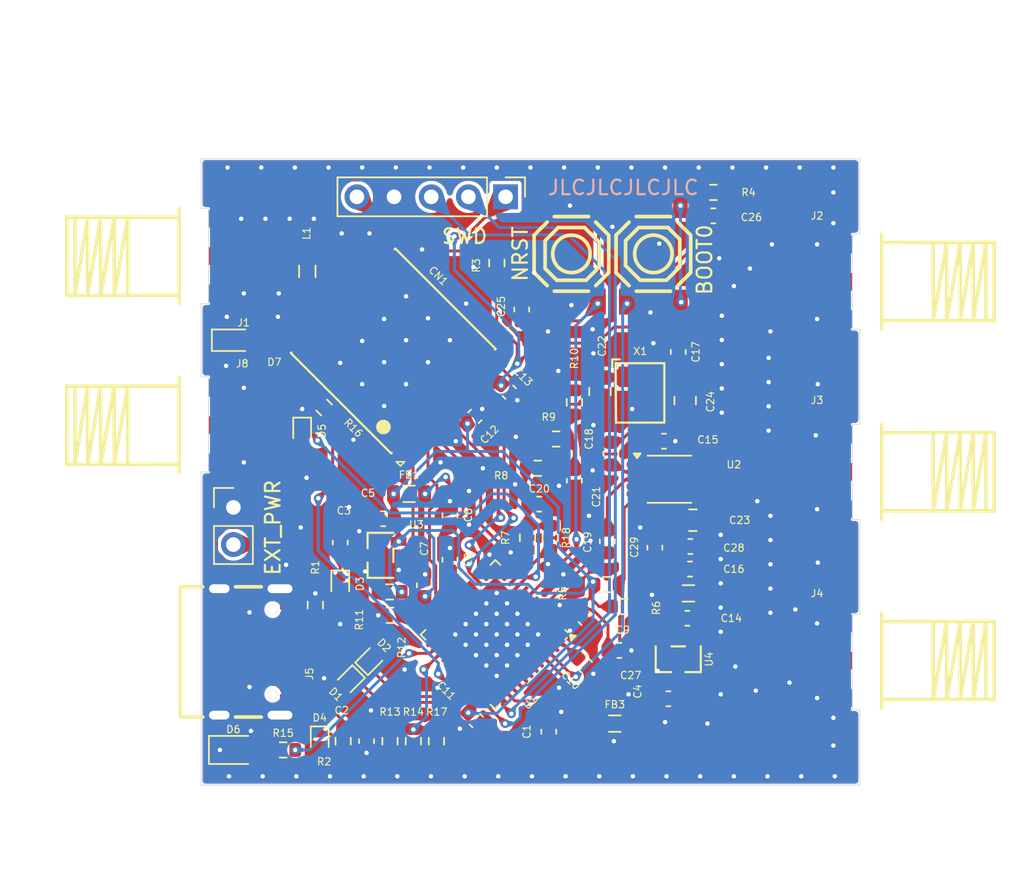
<source format=kicad_pcb>
(kicad_pcb (version 20240108) (generator "pcbnew") (generator_version "8.0")
  (layers (0 "F.Cu" signal) (31 "B.Cu" signal) (34 "B.Paste" user) (35 "F.Paste" user) (36 "B.SilkS" user "B.Silkscreen") (37 "F.SilkS" user "F.Silkscreen") (38 "B.Mask" user) (39 "F.Mask" user) (44 "Edge.Cuts" user))
  (net 0 "")
  (net 3 "/SDA")
  (net 4 "Net-(U2-VDDO)")
  (net 14 "Net-(J5-CC1)")
  (net 16 "/SCL")
  (net 23 "Net-(C20-Pad1)")
  (net 24 "Net-(J5-CC2)")
  (net 25 "/3V3_ADC")
  (net 31 "Net-(C21-Pad1)")
  (net 32 "Net-(CN1-RF_IN)")
  (net 33 "GND")
  (net 34 "Net-(J2-In)")
  (net 35 "Net-(J4-In)")
  (net 36 "Net-(J3-In)")
  (net 37 "/D-")
  (net 38 "/D+")
  (net 39 "+3.3V")
  (net 42 "/PPS")
  (net 43 "/GPS_RX")
  (net 44 "/GPS_TX")
  (net 47 "/5V_ADC")
  (net 48 "+5V")
  (net 49 "+3.3V_VCO")
  (net 50 "Net-(X1-OUTPUT)")
  (net 51 "Net-(U2-XA)")
  (net 52 "/OSC_IN")
  (net 53 "Net-(U2-XB)")
  (net 54 "Net-(CN1-VCC_RF)")
  (net 55 "Net-(X1-VCONT)")
  (net 56 "/DAC_OUT_2")
  (net 57 "/NRST")
  (net 58 "/SWCLK")
  (net 59 "/SWDIO")
  (net 61 "+3.3V_A")
  (net 62 "/GPS_nRESET")
  (net 63 "/GPS_ON")
  (net 64 "/PPS_OUT")
  (net 65 "/BOOT0")
  (net 66 "Net-(D6-A)")
  (net 67 "Net-(D7-A)")
  (net 68 "/LED_GREEN")
  (net 69 "/LED_RED")
  (net 71 "Net-(U4-VIN)")
  (net 72 "/DAC_OUT_1")
  (footprint "Resistor_SMD:R_0603_1608Metric" (layer "F.Cu") (at 156.075 119.4 90)
    (property "Reference" "R17")
    (property "Value" "100k")
  )
  (footprint "Capacitor_SMD:C_0603_1608Metric" (layer "F.Cu") (at 168.575 113.2)
    (property "Reference" "C27")
    (property "Value" "10uF")
  )
  (footprint "Capacitor_SMD:C_0603_1608Metric" (layer "F.Cu") (at 166.25 111 -45)
    (property "Reference" "C9")
    (property "Value" "100nF")
  )
  (footprint "Inductor_SMD:L_0805_2012Metric" (layer "F.Cu") (at 168.2625 118.2 180)
    (property "Reference" "FB3")
    (property "Value" "GZ2012D601TF")
  )
  (footprint "Capacitor_SMD:C_0603_1608Metric" (layer "F.Cu") (at 158.7 97.2 45)
    (property "Reference" "C12")
    (property "Value" "100nF")
  )
  (footprint "Capacitor_SMD:C_0805_2012Metric" (layer "F.Cu") (at 173.6 104.3)
    (property "Reference" "C23")
    (property "Value" "2.2nF")
  )
  (footprint "Inductor_SMD:L_0805_2012Metric" (layer "F.Cu") (at 147.25 87.3 90)
    (property "Reference" "L1")
    (property "Value" "1uH")
  )
  (footprint "Capacitor_SMD:C_0603_1608Metric" (layer "F.Cu") (at 171.625 98.9)
    (property "Reference" "C15")
    (property "Value" "100nF")
  )
  (footprint "Resistor_SMD:R_0603_1608Metric" (layer "F.Cu") (at 162.3 105.5 90)
    (property "Reference" "R7")
    (property "Value" "5.1k")
  )
  (footprint "easyeda:OSC-SMD_4P-L3.2-W2.5-BL" (layer "F.Cu") (at 170 95.6 -90)
    (property "Reference" "X1")
    (property "Value" "1XTV25000MBA")
  )
  (footprint "Capacitor_SMD:C_0603_1608Metric" (layer "F.Cu") (at 157 107 90)
    (property "Reference" "C8")
    (property "Value" "100nF")
  )
  (footprint "easyeda:SMA-SMD_BWSMA-KE-P001" (layer "F.Cu") (at 142.9125 97.8 180)
    (property "Reference" "J8")
    (property "Value" "PPS")
  )
  (footprint "Capacitor_SMD:C_0603_1608Metric" (layer "F.Cu") (at 149.5 105.825 90)
    (property "Reference" "C3")
    (property "Value" "1uF")
  )
  (footprint "Resistor_SMD:R_0603_1608Metric" (layer "F.Cu") (at 163.85 105.5 90)
    (property "Reference" "R18")
    (property "Value" "5.1k")
  )
  (footprint "Diode_SMD:D_SOD-882D" (layer "F.Cu") (at 149.5 108.65 -90)
    (property "Reference" "D3")
    (property "Value" "H5VU10U")
  )
  (footprint "Capacitor_SMD:C_0603_1608Metric" (layer "F.Cu") (at 157 103.975 90)
    (property "Reference" "C6")
    (property "Value" "1uF")
  )
  (footprint "Resistor_SMD:R_0603_1608Metric" (layer "F.Cu") (at 152.9 119.4 -90)
    (property "Reference" "R13")
    (property "Value" "100k")
  )
  (footprint "Capacitor_SMD:C_0603_1608Metric" (layer "F.Cu") (at 166.25 114.25 -45)
    (property "Reference" "C10")
    (property "Value" "100nF")
  )
  (footprint "Resistor_SMD:R_0603_1608Metric" (layer "F.Cu") (at 165.5 96.25 90)
    (property "Reference" "R10")
    (property "Value" "100k")
  )
  (footprint "easyeda:USB-C-SMD_TYPE-C16PIN" (layer "F.Cu") (at 143.595 113.3 -90)
    (property "Reference" "J5")
    (property "Value" "USB_C_Receptacle_USB2.0_16P")
  )
  (footprint "Capacitor_SMD:C_0603_1608Metric" (layer "F.Cu") (at 173.425 106.093333)
    (property "Reference" "C28")
    (property "Value" "1uF")
  )
  (footprint "Capacitor_SMD:C_0603_1608Metric" (layer "F.Cu") (at 173.225 111)
    (property "Reference" "C14")
    (property "Value" "1uF")
  )
  (footprint "Capacitor_SMD:C_0603_1608Metric" (layer "F.Cu") (at 165.5 101.6 -90)
    (property "Reference" "C21")
    (property "Value" "1uF")
  )
  (footprint "Resistor_SMD:R_0603_1608Metric" (layer "F.Cu") (at 149.7 119.4 90)
    (property "Reference" "R2")
    (property "Value" "5.1k")
  )
  (footprint "easyeda:COMM-SMD_18P-L10.1-W9.7-P1.1-TL_L76-LB" (layer "F.Cu") (at 153.123833 92.735103 135)
    (property "Reference" "CN1")
    (property "Value" "ATGM336H-6N-74")
  )
  (footprint "Resistor_SMD:R_0603_1608Metric" (layer "F.Cu") (at 168.9 110.2 180)
    (property "Reference" "R6")
    (property "Value" "2k")
  )
  (footprint "easyeda:SMA-SMD_BWSMA-KE-P001" (layer "F.Cu") (at 182.0875 88)
    (property "Reference" "J2")
    (property "Value" "Conn_Coaxial")
  )
  (footprint "Resistor_SMD:R_0603_1608Metric" (layer "F.Cu") (at 154.5 119.4 90)
    (property "Reference" "R14")
    (property "Value" "100k")
  )
  (footprint "easyeda:SW-SMD_4P-L5.1-W5.1-P3.70-LS6.5-TL-2" (layer "F.Cu") (at 170.9 86.1 -90)
    (property "Reference" "SW2" (hide yes))
    (property "Value" "BOOT0")
  )
  (footprint "Capacitor_SMD:C_0805_2012Metric" (layer "F.Cu") (at 173.071306 96.129884 90)
    (property "Reference" "C24")
    (property "Value" "2.2nF")
  )
  (footprint "LED_SMD:LED_0603_1608Metric" (layer "F.Cu") (at 142.2125 92)
    (property "Reference" "D7")
    (property "Value" "RED")
  )
  (footprint "easyeda:SOT-23-3_L2.9-W1.6-P1.90-LS2.8-BR" (layer "F.Cu") (at 172.6 113.8 90)
    (property "Reference" "U4")
    (property "Value" "MD57E33QA3")
  )
  (footprint "Resistor_SMD:R_0603_1608Metric" (layer "F.Cu") (at 175 81.899)
    (property "Reference" "R4")
    (property "Value" "5.1k")
  )
  (footprint "Capacitor_SMD:C_0603_1608Metric" (layer "F.Cu") (at 171 106.175 -90)
    (property "Reference" "C29")
    (property "Value" "1uF")
  )
  (footprint "Capacitor_SMD:C_0603_1608Metric" (layer "F.Cu") (at 152.425 104.2 180)
    (property "Reference" "C5")
    (property "Value" "1uF")
  )
  (footprint "Capacitor_SMD:C_0603_1608Metric" (layer "F.Cu") (at 151.3 119.4 -90)
    (property "Reference" "C2")
    (property "Value" "100nF")
  )
  (footprint "Capacitor_SMD:C_0603_1608Metric" (layer "F.Cu") (at 161.9 89.9 -90)
    (property "Reference" "C25")
    (property "Value" "100nF")
  )
  (footprint "easyeda:SMA-SMD_BWSMA-KE-P001" (layer "F.Cu") (at 142.9125 86.25 180)
    (property "Reference" "J1")
    (property "Value" "Conn_Coaxial")
  )
  (footprint "Capacitor_SMD:C_0603_1608Metric" (layer "F.Cu") (at 161.048008 95.548008 -45)
    (property "Reference" "C13")
    (property "Value" "100nF")
  )
  (footprint "Inductor_SMD:L_0805_2012Metric" (layer "F.Cu") (at 173.294367 109.3 180)
    (property "Reference" "FB2" (hide yes))
    (property "Value" "GZ2012D601TF")
  )
  (footprint "Connector_PinHeader_2.54mm:PinHeader_1x05_P2.54mm_Vertical" (layer "F.Cu") (at 160.8 82.2 -90)
    (property "Reference" "J7" (hide yes))
    (property "Value" "SWD")
  )
  (footprint "Capacitor_SMD:C_0603_1608Metric" (layer "F.Cu") (at 175 83.5)
    (property "Reference" "C26")
    (property "Value" "100nF")
  )
  (footprint "Resistor_SMD:R_0603_1608Metric" (layer "F.Cu") (at 147.8 110.1 -90)
    (property "Reference" "R1")
    (property "Value" "5.1k")
  )
  (footprint "Capacitor_SMD:C_0603_1608Metric" (layer "F.Cu") (at 173.4 107.636666)
    (property "Reference" "C16")
    (property "Value" "100nF")
  )
  (footprint "Resistor_SMD:R_0603_1608Metric" (layer "F.Cu") (at 152.9 110.8)
    (property "Reference" "R12")
    (property "Value" "100k")
  )
  (footprint "Capacitor_SMD:C_0603_1608Metric" (layer "F.Cu") (at 172.6 92.8 -90)
    (property "Reference" "C17")
    (property "Value" "100nF")
  )
  (footprint "Connector_PinHeader_2.54mm:PinHeader_1x02_P2.54mm_Vertical" (layer "F.Cu") (at 142.2 103.425)
    (property "Reference" "J6" (hide yes))
    (property "Value" "EXT_PWR")
  )
  (footprint "Capacitor_SMD:C_0603_1608Metric" (layer "F.Cu") (at 155.25 108.75 90)
    (property "Reference" "C7")
    (property "Value" "100nF")
  )
  (footprint "Resistor_SMD:R_0603_1608Metric" (layer "F.Cu") (at 152.875 109.2)
    (property "Reference" "R11")
    (property "Value" "100k")
  )
  (footprint "Capacitor_SMD:C_0603_1608Metric" (layer "F.Cu") (at 167.75 105.75 90)
    (property "Reference" "C19")
    (property "Value" "100nF")
  )
  (footprint "Capacitor_SMD:C_0603_1608Metric" (layer "F.Cu") (at 158.8 118 -45)
    (property "Reference" "C11")
    (property "Value" "100nF")
  )
  (footprint "Diode_SMD:D_SOD-882D" (layer "F.Cu") (at 148.1 119.3 -90)
    (property "Reference" "D4")
    (property "Value" "H5VU10U")
  )
  (footprint "Diode_SMD:D_SOD-882D" (layer "F.Cu") (at 150.117157 115.282843 -135)
    (property "Reference" "D1")
    (property "Value" "H5VU10U")
  )
  (footprint "easyeda:SMA-SMD_BWSMA-KE-P001" (layer "F.Cu") (at 182.0875 113.9)
    (property "Reference" "J4")
    (property "Value" "Conn_Coaxial")
  )
  (footprint "Resistor_SMD:R_0603_1608Metric" (layer "F.Cu") (at 160.2 86.725 -90)
    (property "Reference" "R3")
    (property "Value" "5.1k")
  )
  (footprint "Diode_SMD:D_SOD-882D" (layer "F.Cu") (at 146.9 98.2 -90)
    (property "Reference" "D5")
    (property "Value" "H5VU10U")
  )
  (footprint "Capacitor_SMD:C_0603_1608Metric" (layer "F.Cu") (at 163.1 103.2)
    (property "Reference" "C20")
    (property "Value" "10uF")
  )
  (footprint "Resistor_SMD:R_0603_1608Metric" (layer "F.Cu") (at 148.4 96.6 -45)
    (property "Reference" "R16")
    (property "Value" "510R")
  )
  (footprint "Capacitor_SMD:C_0603_1608Metric" (layer "F.Cu") (at 171.925 116.5 180)
    (property "Reference" "C4")
    (property "Value" "1uF")
  )
  (footprint "Resistor_SMD:R_0603_1608Metric" (layer "F.Cu") (at 163 100.75)
    (property "Reference" "R8")
    (property "Value" "100k")
  )
  (footprint "Diode_SMD:D_SOD-882D" (layer "F.Cu") (at 151.6 113.817157 45)
    (property "Reference" "D2")
    (property "Value" "H5VU10U")
  )
  (footprint "easyeda:SMA-SMD_BWSMA-KE-P001" (layer "F.Cu") (at 182.0875 101)
    (property "Reference" "J3")
    (property "Value" "Conn_Coaxial")
  )
  (footprint "Package_DFN_QFN:QFN-48-1EP_7x7mm_P0.5mm_EP5.6x5.6mm" (layer "F.Cu") (at 160.099651 112.125223 -135)
    (property "Reference" "U1")
    (property "Value" "STM32G431CBUx")
  )
  (footprint "Package_SO:MSOP-10_3x3mm_P0.5mm" (layer "F.Cu") (at 172 101.5)
    (property "Reference" "U2")
    (property "Value" "Si5351A-B-GT")
  )
  (footprint "Resistor_SMD:R_0603_1608Metric" (layer "F.Cu") (at 145.6 120)
    (property "Reference" "R15")
    (property "Value" "510R")
  )
  (footprint "easyeda:SOT-23-3_L2.9-W1.6-P1.90-LS2.8-BR" (layer "F.Cu") (at 152.25 106.7)
    (property "Reference" "U3")
    (property "Value" "MD57E33QA3")
  )
  (footprint "easyeda:SW-SMD_4P-L5.1-W5.1-P3.70-LS6.5-TL-2" (layer "F.Cu") (at 165.3 86.1 90)
    (property "Reference" "SW1" (hide yes))
    (property "Value" "NRST")
  )
  (footprint "Capacitor_SMD:C_0603_1608Metric" (layer "F.Cu") (at 163.75 118.75 90)
    (property "Reference" "C1")
    (property "Value" "1uF")
  )
  (footprint "Resistor_SMD:R_0603_1608Metric" (layer "F.Cu") (at 164.25 98.75)
    (property "Reference" "R9")
    (property "Value" "100k")
  )
  (footprint "Inductor_SMD:L_0805_2012Metric" (layer "F.Cu") (at 154.2 102.5 180)
    (property "Reference" "FB1")
    (property "Value" "GZ2012D601TF")
  )
  (footprint "LED_SMD:LED_0805_2012Metric" (layer "F.Cu") (at 142.2125 120)
    (property "Reference" "D6")
    (property "Value" "GREEN")
  )
  (footprint "Resistor_SMD:R_0603_1608Metric" (layer "F.Cu") (at 167.7 108.7 180)
    (property "Reference" "R5")
    (property "Value" "2k")
  )
  (footprint "Capacitor_SMD:C_0805_2012Metric" (layer "F.Cu") (at 167.25 95.5 -90)
    (property "Reference" "C22")
    (property "Value" "2.2nF")
  )
  (footprint "Capacitor_SMD:C_0603_1608Metric" (layer "F.Cu") (at 168 99.75 -90)
    (property "Reference" "C18")
    (property "Value" "100nF")
  )
  (gr_poly (pts (xy 174.85 100.625) (xy 176.6 99.575) (xy 176.525 98.1) (xy 173.375 100.375)) (stroke (width 0.1)) (fill solid) (layer "F.Cu") (net 34))
  (gr_poly (pts (xy 174.85 100.875) (xy 175.3 100.825) (xy 176.05 100.45) (xy 176.05 101.55) (xy 175.3 101.2) (xy 174.85 101.125)) (stroke (width 0.1)) (fill solid) (layer "F.Cu") (net 36))
  (gr_poly (pts (xy 175.125 103.4) (xy 175.45 102.35) (xy 173.35 102.375) (xy 173.35 102.625)) (stroke (width 0.1)) (fill solid) (layer "F.Cu") (net 35))
  (gr_line (start 140 94.5) (end 140 89.5) (stroke (width 0.05)) (layer "Edge.Cuts"))
  (gr_line (start 140 83) (end 140 79.6) (stroke (width 0.05)) (layer "Edge.Cuts"))
  (gr_line (start 185 117.25) (end 185 122.4) (stroke (width 0.05)) (layer "Edge.Cuts"))
  (gr_line (start 184.5 117.25) (end 185 117.25) (stroke (width 0.05)) (layer "Edge.Cuts"))
  (gr_line (start 184.5 97.75) (end 184.5 104.25) (stroke (width 0.05)) (layer "Edge.Cuts"))
  (gr_line (start 184.5 110.75) (end 184.5 117.25) (stroke (width 0.05)) (layer "Edge.Cuts"))
  (gr_line (start 184.5 97.75) (end 185 97.75) (stroke (width 0.05)) (layer "Edge.Cuts"))
  (gr_line (start 184.5 84.75) (end 184.5 91.25) (stroke (width 0.05)) (layer "Edge.Cuts"))
  (gr_line (start 185 79.6) (end 140 79.6) (stroke (width 0.05)) (layer "Edge.Cuts"))
  (gr_line (start 185 97.75) (end 185 91.25) (stroke (width 0.05)) (layer "Edge.Cuts"))
  (gr_line (start 140.5 94.5) (end 140 94.5) (stroke (width 0.05)) (layer "Edge.Cuts"))
  (gr_line (start 140.5 89.5) (end 140 89.5) (stroke (width 0.05)) (layer "Edge.Cuts"))
  (gr_line (start 140 122.4) (end 185 122.4) (stroke (width 0.05)) (layer "Edge.Cuts"))
  (gr_line (start 185 104.25) (end 184.5 104.25) (stroke (width 0.05)) (layer "Edge.Cuts"))
  (gr_line (start 184.5 110.75) (end 185 110.75) (stroke (width 0.05)) (layer "Edge.Cuts"))
  (gr_line (start 140.5 83) (end 140 83) (stroke (width 0.05)) (layer "Edge.Cuts"))
  (gr_line (start 185 110.75) (end 185 104.25) (stroke (width 0.05)) (layer "Edge.Cuts"))
  (gr_line (start 184.5 84.75) (end 185 84.75) (stroke (width 0.05)) (layer "Edge.Cuts"))
  (gr_line (start 140.5 83) (end 140.5 89.5) (stroke (width 0.05)) (layer "Edge.Cuts"))
  (gr_line (start 140.5 101) (end 140 101) (stroke (width 0.05)) (layer "Edge.Cuts"))
  (gr_line (start 185 91.25) (end 184.5 91.25) (stroke (width 0.05)) (layer "Edge.Cuts"))
  (gr_line (start 185 84.75) (end 185 79.6) (stroke (width 0.05)) (layer "Edge.Cuts"))
  (gr_line (start 140 122.4) (end 140 101) (stroke (width 0.05)) (layer "Edge.Cuts"))
  (gr_line (start 140.5 94.5) (end 140.5 101) (stroke (width 0.05)) (layer "Edge.Cuts"))
  (gr_text "JLCJLCJLCJLC" (at 163.6 82.15 0) (layer "B.SilkS") (effects (font (size 1 1)) (justify left bottom)))
  (segment (start 168.9 103.4875) (end 168.9 108.325) (width 0.2) (layer "F.Cu") (net 3))
  (segment (start 169.8875 102.5) (end 168.9 103.4875) (width 0.2) (layer "F.Cu") (net 3))
  (segment (start 168.6 110.9) (end 168.775 110.725) (width 0.2) (layer "F.Cu") (net 3))
  (segment (start 166.956676 115.7) (end 168.6 114.056676) (width 0.2) (layer "F.Cu") (net 3))
  (segment (start 165.442195 115.7) (end 166.956676 115.7) (width 0.2) (layer "F.Cu") (net 3))
  (segment (start 168.9 108.325) (end 168.525 108.7) (width 0.2) (layer "F.Cu") (net 3))
  (segment (start 168.6 114.056676) (end 168.6 110.9) (width 0.2) (layer "F.Cu") (net 3))
  (segment (start 168.775 110.725) (end 168.775 108.95) (width 0.2) (layer "F.Cu") (net 3))
  (segment (start 163.414214 113.672019) (end 165.442195 115.7) (width 0.2) (layer "F.Cu") (net 3))
  (segment (start 168.775 108.95) (end 168.525 108.7) (width 0.2) (layer "F.Cu") (net 3))
  (segment (start 172.625 108.906867) (end 172.231867 109.3) (width 0.2) (layer "F.Cu") (net 4))
  (segment (start 172.65 104.5) (end 172.65 106.3) (width 0.2) (layer "F.Cu") (net 4))
  (segment (start 172.231867 109.3) (end 172.231867 109.216829) (width 0.2) (layer "F.Cu") (net 4))
  (segment (start 172.625 107.6) (end 172.625 108.906867) (width 0.2) (layer "F.Cu") (net 4))
  (segment (start 173.22762 102) (end 174.1125 102) (width 0.2) (layer "F.Cu") (net 4))
  (segment (start 172.65 104.5) (end 172.65 102.57762) (width 0.2) (layer "F.Cu") (net 4))
  (segment (start 172.65 102.57762) (end 173.22762 102) (width 0.2) (layer "F.Cu") (net 4))
  (segment (start 172.625 107.6) (end 172.625 106.025) (width 0.2) (layer "F.Cu") (net 4))
  (segment (start 172.625 106.025) (end 172.65 106) (width 0.2) (layer "F.Cu") (net 4))
  (segment (start 146.68 112.05) (end 145.955 112.05) (width 0.2) (layer "F.Cu") (net 14))
  (segment (start 147.8 110.93) (end 146.68 112.05) (width 0.2) (layer "F.Cu") (net 14))
  (segment (start 147.8 110.925) (end 147.8 110.93) (width 0.2) (layer "F.Cu") (net 14))
  (segment (start 170.1 110.575) (end 170.1 114) (width 0.2) (layer "F.Cu") (net 16))
  (segment (start 169.725 110.2) (end 170.1 110.575) (width 0.2) (layer "F.Cu") (net 16))
  (segment (start 170.750432 102) (end 169.8875 102) (width 0.2) (layer "F.Cu") (net 16))
  (segment (start 171 102.249568) (end 170.750432 102) (width 0.2) (layer "F.Cu") (net 16))
  (segment (start 170.1 114) (end 167.45 116.65) (width 0.2) (layer "F.Cu") (net 16))
  (segment (start 161.442447 116.65) (end 160.93934 116.146893) (width 0.2) (layer "F.Cu") (net 16))
  (segment (start 169.3 109.775) (end 169.3 104.450432) (width 0.2) (layer "F.Cu") (net 16))
  (segment (start 167.45 116.65) (end 161.442447 116.65) (width 0.2) (layer "F.Cu") (net 16))
  (segment (start 169.3 104.450432) (end 171 102.750432) (width 0.2) (layer "F.Cu") (net 16))
  (segment (start 169.725 110.2) (end 169.3 109.775) (width 0.2) (layer "F.Cu") (net 16))
  (segment (start 171 102.750432) (end 171 102.249568) (width 0.2) (layer "F.Cu") (net 16))
  (segment (start 162.325 103.2) (end 162.325 104.65) (width 0.2) (layer "F.Cu") (net 23))
  (segment (start 162.175 103.05) (end 162.325 103.2) (width 0.2) (layer "F.Cu") (net 23))
  (segment (start 162.175 100.75) (end 162.175 103.05) (width 0.2) (layer "F.Cu") (net 23))
  (segment (start 163.425 98.75) (end 163.425 99.5) (width 0.2) (layer "F.Cu") (net 23))
  (segment (start 163.85 104.675) (end 162.3 104.675) (width 0.2) (layer "F.Cu") (net 23))
  (segment (start 163.425 99.5) (end 162.175 100.75) (width 0.2) (layer "F.Cu") (net 23))
  (segment (start 162.325 104.65) (end 162.3 104.675) (width 0.2) (layer "F.Cu") (net 23))
  (segment (start 149.7 118.02) (end 146.73 115.05) (width 0.2) (layer "F.Cu") (net 24))
  (segment (start 146.73 115.05) (end 145.955 115.05) (width 0.2) (layer "F.Cu") (net 24))
  (segment (start 149.7 118.575) (end 149.7 118.02) (width 0.2) (layer "F.Cu") (net 24))
  (segment (start 152.05 109.2) (end 152.125 109.2) (width 0.2) (layer "F.Cu") (net 25))
  (segment (start 152.125 109.2) (end 153.725 110.8) (width 0.2) (layer "F.Cu") (net 25))
  (segment (start 153.725 110.8) (end 155.536359 112.611359) (width 0.2) (layer "F.Cu") (net 25))
  (segment (start 155.536359 112.611359) (end 155.724428 112.611359) (width 0.2) (layer "F.Cu") (net 25))
  (segment (start 165.5 99.4) (end 165.5 100.825) (width 0.2) (layer "F.Cu") (net 31))
  (segment (start 165.075 98.975) (end 165.5 99.4) (width 0.2) (layer "F.Cu") (net 31))
  (segment (start 165.075 97.5) (end 165.5 97.075) (width 0.2) (layer "F.Cu") (net 31))
  (segment (start 165.075 98.75) (end 165.075 97.5) (width 0.2) (layer "F.Cu") (net 31))
  (segment (start 165.425 100.75) (end 165.5 100.825) (width 0.2) (layer "F.Cu") (net 31))
  (segment (start 165.075 98.75) (end 165.075 98.975) (width 0.2) (layer "F.Cu") (net 31))
  (segment (start 163.825 100.75) (end 165.425 100.75) (width 0.2) (layer "F.Cu") (net 31))
  (segment (start 151.305634 86.25) (end 152.027817 86.972183) (width 0.8) (layer "F.Cu") (net 32))
  (segment (start 142.9125 86.25) (end 151.305634 86.25) (width 0.8) (layer "F.Cu") (net 32))
  (segment (start 149.5 109.05) (end 150.325 109.05) (width 0.2) (layer "F.Cu") (net 33))
  (segment (start 152.075 113.425) (end 151.865686 113.634314) (width 0.2) (layer "F.Cu") (net 33))
  (segment (start 152.1 110.8) (end 152.1 110.825) (width 0.2) (layer "F.Cu") (net 33))
  (segment (start 172.9 101.150432) (end 172.9 100.349568) (width 0.2) (layer "F.Cu") (net 33))
  (segment (start 146.9 98.6) (end 145.15 100.35) (width 0.2) (layer "F.Cu") (net 33))
  (segment (start 154.55 120.275) (end 154.5 120.225) (width 0.2) (layer "F.Cu") (net 33))
  (segment (start 149.934314 115.565686) (end 151.6 117.231372) (width 0.2) (layer "F.Cu") (net 33))
  (segment (start 174.1125 101.5) (end 174.971032 101.5) (width 0.2) (layer "F.Cu") (net 33))
  (segment (start 167.225 100.65) (end 167.225 100.076304) (width 0.2) (layer "F.Cu") (net 33))
  (segment (start 152.075 110.8) (end 151.35 110.075) (width 0.2) (layer "F.Cu") (net 33))
  (segment (start 170 105.95) (end 171 106.95) (width 0.2) (layer "F.Cu") (net 33))
  (segment (start 145.472814 88.8) (end 146.854529 87.418285) (width 0.2) (layer "F.Cu") (net 33))
  (segment (start 151.35 108.712352) (end 152.412352 107.65) (width 0.2) (layer "F.Cu") (net 33))
  (segment (start 167.175 96.375) (end 161.875 96.375) (width 0.2) (layer "F.Cu") (net 33))
  (segment (start 167.95 81.65) (end 164.6 81.65) (width 0.2) (layer "F.Cu") (net 33))
  (segment (start 150.918285 87.418285) (end 151.25 87.75) (width 0.2) (layer "F.Cu") (net 33))
  (segment (start 167.95 90.55) (end 167.95 81.65) (width 0.2) (layer "F.Cu") (net 33))
  (segment (start 166.75 100.9) (end 166.975 100.9) (width 0.2) (layer "F.Cu") (net 33))
  (segment (start 141.05 106.441346) (end 141.05 105.488654) (width 0.2) (layer "F.Cu") (net 33))
  (segment (start 143.883654 109.275) (end 141.05 106.441346) (width 0.2) (layer "F.Cu") (net 33))
  (segment (start 163.45 82.45) (end 162 81) (width 0.2) (layer "F.Cu") (net 33))
  (segment (start 172 96.05) (end 172.617157 95.432843) (width 0.2) (layer "F.Cu") (net 33))
  (segment (start 164.5 110.1) (end 164.5 109.887352) (width 0.2) (layer "F.Cu") (net 33))
  (segment (start 175.075 81.1) (end 174.275 81.9) (width 0.2) (layer "F.Cu") (net 33))
  (segment (start 174.8 94.225) (end 174.325 93.75) (width 0.2) (layer "F.Cu") (net 33))
  (segment (start 147.7 103.425) (end 142.2 103.425) (width 0.2) (layer "F.Cu") (net 33))
  (segment (start 152.03 81.05) (end 145.5625 81.05) (width 0.2) (layer "F.Cu") (net 33))
  (segment (start 162.12 86.75) (end 162.75 87.38) (width 0.2) (layer "F.Cu") (net 33))
  (segment (start 173.24 112.56) (end 173.55 112.56) (width 0.2) (layer "F.Cu") (net 33))
  (segment (start 173.249568 101.5) (end 172.9 101.150432) (width 0.2) (layer "F.Cu") (net 33))
  (segment (start 152.412352 107.65) (end 153.5 107.7) (width 0.2) (layer "F.Cu") (net 33))
  (segment (start 173.55 111.76) (end 173.55 112.05) (width 0.2) (layer "F.Cu") (net 33))
  (segment (start 147.8 109.275) (end 147.8 109.3) (width 0.2) (layer "F.Cu") (net 33))
  (segment (start 149.35 105.05) (end 147.725 103.425) (width 0.2) (layer "F.Cu") (net 33))
  (segment (start 172.6 92.025) (end 172.025 92.6) (width 0.2) (layer "F.Cu") (net 33))
  (segment (start 148.223529 103.425) (end 147.725 103.425) (width 0.2) (layer "F.Cu") (net 33))
  (segment (start 166.787352 107.6) (end 167.8 107.6) (width 0.2) (layer "F.Cu") (net 33))
  (segment (start 153.5 107.7) (end 153.49 107.65) (width 0.2) (layer "F.Cu") (net 33))
  (segment (start 166.975 100.9) (end 167.225 100.65) (width 0.2) (layer "F.Cu") (net 33))
  (segment (start 156.15 115.75) (end 155.15 115.75) (width 0.2) (layer "F.Cu") (net 33))
  (segment (start 146.8 104.325) (end 147.7 103.425) (width 0.2) (layer "F.Cu") (net 33))
  (segment (start 171.4 103.434315) (end 170.2 104.634315) (width 0.2) (layer "F.Cu") (net 33))
  (segment (start 152.05 120.925) (end 153.8 120.925) (width 0.2) (layer "F.Cu") (net 33))
  (segment (start 145.15 100.35) (end 142.9125 100.35) (width 0.2) (layer "F.Cu") (net 33))
  (segment (start 174 111) (end 174 111.31) (width 0.2) (layer "F.Cu") (net 33))
  (segment (start 151.3 120.175) (end 152.05 120.925) (width 0.2) (layer "F.Cu") (net 33))
  (segment (start 151.6 117.231372) (end 151.6 117.3) (width 0.2) (layer "F.Cu") (net 33))
  (segment (start 163.875 103.2) (end 164.675 103.2) (width 0.2) (layer "F.Cu") (net 33))
  (segment (start 141.425 120) (end 142.740001 118.684999) (width 0.2) (layer "F.Cu") (net 33))
  (segment (start 154.38 81) (end 153.18 82.2) (width 0.2) (layer "F.Cu") (net 33))
  (segment (start 164.45 115.75) (end 164.8 116.1) (width 0.2) (layer "F.Cu") (net 33))
  (segment (start 164.3 105.5) (end 161.7 105.5) (width 0.2) (layer "F.Cu") (net 33))
  (segment (start 182.0875 111.35) (end 182.1375 111.3) (width 0.2) (layer "F.Cu") (net 33))
  (segment (start 166.5 104) (end 165.8 104) (width 0.2) (layer "F.Cu") (net 33))
  (segment (start 164.8 116.1) (end 167.3 116.1) (width 0.2) (layer "F.Cu") (net 33))
  (segment (start 143.4 118.7) (end 143.415001 118.684999) (width 0.2) (layer "F.Cu") (net 33))
  (segment (start 161.15 106.05) (end 161.15 106.5) (width 0.2) (layer "F.Cu") (net 33))
  (segment (start 155.15 115.75) (end 153.9 114.5) (width 0.2) (layer "F.Cu") (net 33))
  (segment (start 161.592032 96.1) (end 161.596016 96.096016) (width 0.2) (layer "F.Cu") (net 33))
  (segment (start 152.412352 106.662352) (end 152.412352 107.65) (width 0.2) (layer "F.Cu") (net 33))
  (segment (start 157 117.875) (end 157.673008 118.548008) (width 0.2) (layer "F.Cu") (net 33))
  (segment (start 182.1375 90.6) (end 182.1375 98.45) (width 0.2) (layer "F.Cu") (net 33))
  (segment (start 161.6 96.1) (end 161.592032 96.1) (width 0.2) (layer "F.Cu") (net 33))
  (segment (start 167.3 116.1) (end 169.4 114) (width 0.2) (layer "F.Cu") (net 33))
  (segment (start 141.425 120) (end 141.425 120) (width 0.2) (layer "F.Cu") (net 33))
  (segment (start 161.875 96.375) (end 161.6 96.1) (width 0.2) (layer "F.Cu") (net 33))
  (segment (start 153.8 120.925) (end 154.5 120.225) (width 0.2) (layer "F.Cu") (net 33))
  (segment (start 169.12 96.7) (end 167.5 96.7) (width 0.2) (layer "F.Cu") (net 33))
  (segment (start 161.125 89.9) (end 161.125 91.123696) (width 0.2) (layer "F.Cu") (net 33))
  (segment (start 147.825 109.3) (end 147.8 109.275) (width 0.2) (layer "F.Cu") (net 33))
  (segment (start 145.5625 81.05) (end 142.9125 83.7) (width 0.2) (layer "F.Cu") (net 33))
  (segment (start 182.0875 116.45) (end 182.0875 115.6) (width 0.2) (layer "F.Cu") (net 33))
  (segment (start 147.2 101.4) (end 145.175 103.425) (width 0.2) (layer "F.Cu") (net 33))
  (segment (start 143.415001 118.684999) (end 144.768628 118.684999) (width 0.2) (layer "F.Cu") (net 33))
  (segment (start 163.45 82.8) (end 163.45 82.45) (width 0.2) (layer "F.Cu") (net 33))
  (segment (start 181.2375 116.45) (end 177.4125 120.275) (width 0.2) (layer "F.Cu") (net 33))
  (segment (start 150.4 101.248529) (end 148.223529 103.425) (width 0.2) (layer "F.Cu") (net 33))
  (segment (start 143.3 108.5) (end 143.3 110.6) (width 0.2) (layer "F.Cu") (net 33))
  (segment (start 159.6 106.3) (end 159.6 106.55) (width 0.2) (layer "F.Cu") (net 33))
  (segment (start 182.1375 111.3) (end 182.1375 103.55) (width 0.2) (layer "F.Cu") (net 33))
  (segment (start 145.955 110.1) (end 146.8 110.1) (width 0.2) (layer "F.Cu") (net 33))
  (segment (start 175.60793 101.95) (end 176.95 101.95) (width 0.2) (layer "F.Cu") (net 33))
  (segment (start 159.8 118.8) (end 162.925 118.8) (width 0.2) (layer "F.Cu") (net 33))
  (segment (start 171.15 116.5) (end 169.5 116.5) (width 0.2) (layer "F.Cu") (net 33))
  (segment (start 143.3 117.216371) (end 144.768628 118.684999) (width 0.2) (layer "F.Cu") (net 33))
  (segment (start 182.0875 90.55) (end 182.1375 90.6) (width 0.2) (layer "F.Cu") (net 33))
  (segment (start 143.3 110.6) (end 143.3 115.7) (width 0.2) (layer "F.Cu") (net 33))
  (segment (start 161.501304 91.5) (end 167 91.5) (width 0.2) (layer "F.Cu") (net 33))
  (segment (start 174.971032 101.5) (end 175.19531 101.53738) (width 0.2) (layer "F.Cu") (net 33))
  (segment (start 178.15 85.45) (end 176.625 86.975) (width 0.2) (layer "F.Cu") (net 33))
  (segment (start 152.805635 86.194365) (end 150.31127 83.7) (width 0.2) (layer "F.Cu") (net 33))
  (segment (start 147.750001 119.7) (end 148.1 119.7) (width 0.2) (layer "F.Cu") (net 33))
  (segment (start 145.175 103.425) (end 142.2 103.425) (width 0.2) (layer "F.Cu") (net 33))
  (segment (start 150.31127 83.7) (end 142.9125 83.7) (width 0.2) (layer "F.Cu") (net 33))
  (segment (start 151.275 120.2) (end 151.3 120.2) (width 0.2) (layer "F.Cu") (net 33))
  (segment (start 158.85 86.75) (end 162.12 86.75) (width 0.2) (layer "F.Cu") (net 33))
  (segment (start 146.735 118.684999) (end 147.750001 119.7) (width 0.2) (layer "F.Cu") (net 33))
  (segment (start 156.35 100.35) (end 156.898529 100.35) (width 0.2) (layer "F.Cu") (net 33))
  (segment (start 172.025 92.6) (end 165.092032 92.6) (width 0.2) (layer "F.Cu") (net 33))
  (segment (start 170 104.8) (end 170 105.95) (width 0.2) (layer "F.Cu") (net 33))
  (segment (start 143.3 115.7) (end 143.3 117.216371) (width 0.2) (layer "F.Cu") (net 33))
  (segment (start 158.3 104.6) (end 158.3 105) (width 0.2) (layer "F.Cu") (net 33))
  (segment (start 174.8 98.449568) (end 174.8 94.225) (width 0.2) (layer "F.Cu") (net 33))
  (segment (start 177.4125 120.275) (end 154.55 120.275) (width 0.2) (layer "F.Cu") (net 33))
  (segment (start 164.6 81.65) (end 163.45 82.8) (width 0.2) (layer "F.Cu") (net 33))
  (segment (start 174.175 104.575) (end 174.35 104.4) (width 0.2) (layer "F.Cu") (net 33))
  (segment (start 150.8 105.05) (end 152.412352 106.662352) (width 0.2) (layer "F.Cu") (net 33))
  (segment (start 172.9 100.349568) (end 174.8 98.449568) (width 0.2) (layer "F.Cu") (net 33))
  (segment (start 172.6 92.025) (end 172.6 91.4) (width 0.2) (layer "F.Cu") (net 33))
  (segment (start 166.5 104) (end 167.225 103.275) (width 0.2) (layer "F.Cu") (net 33))
  (segment (start 142.9125 88.8) (end 145.472814 88.8) (width 0.2) (layer "F.Cu") (net 33))
  (segment (start 167.25 96.45) (end 166.275 97.425) (width 0.2) (layer "F.Cu") (net 33))
  (segment (start 167.225 100.076304) (end 167.526304 99.775) (width 0.2) (layer "F.Cu") (net 33))
  (segment (start 167.25 96.45) (end 167.175 96.375) (width 0.2) (layer "F.Cu") (net 33))
  (segment (start 152.075 110.8) (end 152.075 113.425) (width 0.2) (layer "F.Cu") (net 33))
  (segment (start 151.35 110.075) (end 151.35 108.712352) (width 0.2) (layer "F.Cu") (net 33))
  (segment (start 172.6 91.4) (end 176.625 87.375) (width 0.2) (layer "F.Cu") (net 33))
  (segment (start 144.768628 118.684999) (end 146.735 118.684999) (width 0.2) (layer "F.Cu") (net 33))
  (segment (start 176.95 101.95) (end 178 103) (width 0.2) (layer "F.Cu") (net 33))
  (segment (start 166.275 97.425) (end 166.275 99.126304) (width 0.2) (layer "F.Cu") (net 33))
  (segment (start 150.325 109.05) (end 152.075 110.8) (width 0.2) (layer "F.Cu") (net 33))
  (segment (start 159.6 106.55) (end 159.7 106.65) (width 0.2) (layer "F.Cu") (net 33))
  (segment (start 169.4 114) (end 169.4 113.2) (width 0.2) (layer "F.Cu") (net 33))
  (segment (start 167.5 96.7) (end 167.25 96.45) (width 0.2) (layer "F.Cu") (net 33))
  (segment (start 163.175 89.125) (end 163.45 89.4) (width 0.2) (layer "F.Cu") (net 33))
  (segment (start 172.4 98.9) (end 171.4 99.9) (width 0.2) (layer "F.Cu") (net 33))
  (segment (start 152.075 110.8) (end 152.1 110.8) (width 0.2) (layer "F.Cu") (net 33))
  (segment (start 162 81) (end 154.38 81) (width 0.2) (layer "F.Cu") (net 33))
  (segment (start 167 91.5) (end 167.95 90.55) (width 0.2) (layer "F.Cu") (net 33))
  (segment (start 168.625 99.775) (end 170.4 98) (width 0.2) (layer "F.Cu") (net 33))
  (segment (start 176.625 87.375) (end 176.625 81.412352) (width 0.2) (layer "F.Cu") (net 33))
  (segment (start 175.19531 101.53738) (end 175.60793 101.95) (width 0.2) (layer "F.Cu") (net 33))
  (segment (start 151.668628 117.3) (end 152.243628 117.875) (width 0.2) (layer "F.Cu") (net 33))
  (segment (start 169.5 116.5) (end 169.2 116.2) (width 0.2) (layer "F.Cu") (net 33))
  (segment (start 165.5 102.375) (end 166.75 101.125) (width 0.2) (layer "F.Cu") (net 33))
  (segment (start 149.7 120.225) (end 151.25 120.225) (width 0.2) (layer "F.Cu") (net 33))
  (segment (start 146.8 110.1) (end 147.625 109.275) (width 0.2) (layer "F.Cu") (net 33))
  (segment (start 150.4 98.8) (end 150.4 101.248529) (width 0.2) (layer "F.Cu") (net 33))
  (segment (start 149.5 105.05) (end 149.35 105.05) (width 0.2) (layer "F.Cu") (net 33))
  (segment (start 182.0875 85.45) (end 178.15 85.45) (width 0.2) (layer "F.Cu") (net 33))
  (segment (start 151.65 104.2) (end 151.65 101.067872) (width 0.2) (layer "F.Cu") (net 33))
  (segment (start 157.673008 118.548008) (end 159.348008 118.548008) (width 0.2) (layer "F.Cu") (net 33))
  (segment (start 156.898529 100.35) (end 158.3 101.751471) (width 0.2) (layer "F.Cu") (net 33))
  (segment (start 165.092032 92.6) (end 161.6 96.092032) (width 0.2) (layer "F.Cu") (net 33))
  (segment (start 166.798008 111.548008) (end 166.798008 114.798008) (width 0.2) (layer "F.Cu") (net 33))
  (segment (start 166.275 99.126304) (end 167.225 100.076304) (width 0.2) (layer "F.Cu") (net 33))
  (segment (start 152.1 110.825) (end 152.075 110.8) (width 0.2) (layer "F.Cu") (net 33))
  (segment (start 152.243628 117.875) (end 157 117.875) (width 0.2) (layer "F.Cu") (net 33))
  (segment (start 158.3 105) (end 159.6 106.3) (width 0.2) (layer "F.Cu") (net 33))
  (segment (start 167.526304 99.775) (end 168.625 99.775) (width 0.2) (layer "F.Cu") (net 33))
  (segment (start 159.298008 118.298008) (end 159.8 118.8) (width 0.2) (layer "F.Cu") (net 33))
  (segment (start 146.8 104.8) (end 146.8 104.325) (width 0.2) (layer "F.Cu") (net 33))
  (segment (start 151.3 120.175) (end 151.3 120.175) (width 0.2) (layer "F.Cu") (net 33))
  (segment (start 150.8 105.05) (end 151.65 104.2) (width 0.2) (layer "F.Cu") (net 33))
  (segment (start 164.5 109.887352) (end 166.787352 107.6) (width 0.2) (layer "F.Cu") (net 33))
  (segment (start 151.3 120.2) (end 151.3 120.175) (width 0.2) (layer "F.Cu") (net 33))
  (segment (start 161.9 89.125) (end 161.125 89.9) (width 0.2) (layer "F.Cu") (net 33))
  (segment (start 147.8 109.3) (end 147.825 109.3) (width 0.2) (layer "F.Cu") (net 33))
  (segment (start 157 106.225) (end 157.075 106.225) (width 0.2) (layer "F.Cu") (net 33))
  (segment (start 172 97.48) (end 172 96.05) (width 0.2) (layer "F.Cu") (net 33))
  (segment (start 158.3 101.751471) (end 158.3 102.3) (width 0.2) (layer "F.Cu") (net 33))
  (segment (start 147.725 103.425) (end 147.7 103.425) (width 0.2) (layer "F.Cu") (net 33))
  (segment (start 170.2 104.634315) (end 170 104.8) (width 0.2) (layer "F.Cu") (net 33))
  (segment (start 146.525 108) (end 143.8 108) (width 0.2) (layer "F.Cu") (net 33))
  (segment (start 167.225 103.275) (end 167.225 100.65) (width 0.2) (layer "F.Cu") (net 33))
  (segment (start 158.3 102.3) (end 158.3 104.6) (width 0.2) (layer "F.Cu") (net 33))
  (segment (start 170.4 98) (end 171.48 98) (width 0.2) (layer "F.Cu") (net 33))
  (segment (start 151.25 120.225) (end 151.275 120.2) (width 0.2) (layer "F.Cu") (net 33))
  (segment (start 145.955 116.5) (end 146.735 117.28) (width 0.2) (layer "F.Cu") (net 33))
  (segment (start 174.325 93.75) (end 172.6 92.025) (width 0.2) (layer "F.Cu") (net 33))
  (segment (start 165.8 104) (end 164.3 105.5) (width 0.2) (layer "F.Cu") (net 33))
  (segment (start 141.05 105.488654) (end 141.738654 104.8) (width 0.2) (layer "F.Cu") (net 33))
  (segment (start 176.312648 81.1) (end 175.075 81.1) (width 0.2) (layer "F.Cu") (net 33))
  (segment (start 161.7 105.5) (end 161.15 106.05) (width 0.2) (layer "F.Cu") (net 33))
  (segment (start 147.625 109.275) (end 147.8 109.275) (width 0.2) (layer "F.Cu") (net 33))
  (segment (start 149.5 105.05) (end 150.8 105.05) (width 0.2) (layer "F.Cu") (net 33))
  (segment (start 158.6 87) (end 158.85 86.75) (width 0.2) (layer "F.Cu") (net 33))
  (segment (start 166.75 101.125) (end 166.75 100.9) (width 0.2) (layer "F.Cu") (net 33))
  (segment (start 148.1 119.7) (end 149.175 119.7) (width 0.2) (layer "F.Cu") (net 33))
  (segment (start 157.075 106.225) (end 158.3 105) (width 0.2) (layer "F.Cu") (net 33))
  (segment (start 141.738654 104.8) (end 146.8 104.8) (width 0.2) (layer "F.Cu") (net 33))
  (segment (start 147.8 109.275) (end 143.883654 109.275) (width 0.2) (layer "F.Cu") (net 33))
  (segment (start 151.6 117.3) (end 151.668628 117.3) (width 0.2) (layer "F.Cu") (net 33))
  (segment (start 182.0875 115.6) (end 182.1375 115.55) (width 0.2) (layer "F.Cu") (net 33))
  (segment (start 147.8 109.275) (end 146.525 108) (width 0.2) (layer "F.Cu") (net 33))
  (segment (start 142.740001 118.684999) (end 143.384999 118.684999) (width 0.2) (layer "F.Cu") (net 33))
  (segment (start 143.8 108) (end 143.3 108.5) (width 0.2) (layer "F.Cu") (net 33))
  (segment (start 173.848696 107.6) (end 174.175 107.6) (width 0.2) (layer "F.Cu") (net 33))
  (segment (start 141.275 120) (end 141.425 120) (width 0.2) (layer "F.Cu") (net 33))
  (segment (start 164.675 103.2) (end 165.5 102.375) (width 0.2) (layer "F.Cu") (net 33))
  (segment (start 161.6 96.092032) (end 161.6 96.1) (width 0.2) (layer "F.Cu") (net 33))
  (segment (start 146.854529 87.418285) (end 150.918285 87.418285) (width 0.2) (layer "F.Cu") (net 33))
  (segment (start 153.18 82.2) (end 152.03 81.05) (width 0.2) (layer "F.Cu") (net 33))
  (segment (start 143.384999 118.684999) (end 143.4 118.7) (width 0.2) (layer "F.Cu") (net 33))
  (segment (start 149.175 119.7) (end 149.7 120.225) (width 0.2) (layer "F.Cu") (net 33))
  (segment (start 161.9 89.125) (end 163.175 89.125) (width 0.2) (layer "F.Cu") (net 33))
  (segment (start 161.125 91.123696) (end 161.501304 91.5) (width 0.2) (layer "F.Cu") (net 33))
  (segment (start 151.65 101.067872) (end 153.442031 99.275841) (width 0.2) (layer "F.Cu") (net 33))
  (segment (start 171.4 99.9) (end 171.4 103.434315) (width 0.2) (layer "F.Cu") (net 33))
  (segment (start 174.175 106.3) (end 174.175 104.575) (width 0.2) (layer "F.Cu") (net 33))
  (segment (start 174 111.31) (end 173.55 111.76) (width 0.2) (layer "F.Cu") (net 33))
  (segment (start 171.48 98) (end 172 97.48) (width 0.2) (layer "F.Cu") (net 33))
  (segment (start 182.0875 116.45) (end 181.2375 116.45) (width 0.2) (layer "F.Cu") (net 33))
  (segment (start 176.625 81.412352) (end 176.312648 81.1) (width 0.2) (layer "F.Cu") (net 33))
  (segment (start 171.2 114.6) (end 173.24 112.56) (width 0.2) (layer "F.Cu") (net 33))
  (segment (start 146.735 117.28) (end 146.735 118.684999) (width 0.2) (layer "F.Cu") (net 33))
  (segment (start 162.925 118.8) (end 163.75 117.975) (width 0.2) (layer "F.Cu") (net 33))
  (segment (start 174.1125 101.5) (end 173.249568 101.5) (width 0.2) (layer "F.Cu") (net 33))
  (via (at 160.2 80.2) (size 0.6) (drill 0.3) (layers "F.Cu" "B.Cu") (net 33))
  (via (at 170.7 90.1) (size 0.6) (drill 0.3) (layers "F.Cu" "B.Cu") (net 33))
  (via (at 146.8 104.8) (size 0.6) (drill 0.3) (layers "F.Cu" "B.Cu") (net 33))
  (via (at 155.7 121.8) (size 0.6) (drill 0.3) (layers "F.Cu" "B.Cu") (net 33))
  (via (at 157 106.2) (size 0.6) (drill 0.3) (layers "F.Cu" "B.Cu") (net 33))
  (via (at 169.45 96.7) (size 0.6) (drill 0.3) (layers "F.Cu" "B.Cu") (net 33))
  (via (at 148.8 121.8) (size 0.6) (drill 0.3) (layers "F.Cu" "B.Cu") (net 33))
  (via (at 151 95) (size 0.6) (drill 0.3) (layers "F.Cu" "B.Cu") (net 33))
  (via (at 176.3 80.2) (size 0.6) (drill 0.3) (layers "F.Cu" "B.Cu") (net 33))
  (via (at 152.5 93.5) (size 0.6) (drill 0.3) (layers "F.Cu" "B.Cu") (net 33))
  (via (at 171.3 85.4) (size 0.6) (drill 0.3) (layers "F.Cu" "B.Cu") (net 33))
  (via (at 164.4 94.1) (size 0.6) (drill 0.3) (layers "F.Cu" "B.Cu") (net 33))
  (via (at 160.9 109.985787) (size 0.6) (drill 0.3) (layers "F.Cu" "B.Cu") (net 33))
  (via (at 149.5 93.55) (size 0.6) (drill 0.3) (layers "F.Cu" "B.Cu") (net 33))
  (via (at 175.575 95.29375) (size 0.6) (drill 0.3) (layers "F.Cu" "B.Cu") (net 33))
  (via (at 157.364466 112.107107) (size 0.6) (drill 0.3) (layers "F.Cu" "B.Cu") (net 33))
  (via (at 159.7 106.65) (size 0.6) (drill 0.3) (layers "F.Cu" "B.Cu") (net 33))
  (via (at 157 92) (size 0.6) (drill 0.3) (layers "F.Cu" "B.Cu") (net 33))
  (via (at 145.3 88.8) (size 0.6) (drill 0.3) (layers "F.Cu" "B.Cu") (net 33))
  (via (at 158.778679 113.521321) (size 0.6) (drill 0.3) (layers "F.Cu" "B.Cu") (net 33))
  (via (at 183.2 80.2) (size 0.6) (drill 0.3) (layers "F.Cu" "B.Cu") (net 33))
  (via (at 152.5 90.55) (size 0.6) (drill 0.3) (layers "F.Cu" "B.Cu") (net 33))
  (via (at 157 103) (size 0.6) (drill 0.3) (layers "F.Cu" "B.Cu") (net 33))
  (via (at 151.5 84.7) (size 0.6) (drill 0.3) (layers "F.Cu" "B.Cu") (net 33))
  (via (at 178.9 105.65625) (size 0.6) (drill 0.3) (layers "F.Cu" "B.Cu") (net 33))
  (via (at 154 89) (size 0.6) (drill 0.3) (layers "F.Cu" "B.Cu") (net 33))
  (via (at 157.673008 118.548008) (size 0.6) (drill 0.3) (layers "F.Cu" "B.Cu") (net 33))
  (via (at 164.45 115.75) (size 0.6) (drill 0.3) (layers "F.Cu" "B.Cu") (net 33))
  (via (at 142.9125 100.35) (size 0.6) (drill 0.3) (layers "F.Cu" "B.Cu") (net 33))
  (via (at 163.7 107.3) (size 0.6) (drill 0.3) (layers "F.Cu" "B.Cu") (net 33))
  (via (at 175.5 110.26875) (size 0.6) (drill 0.3) (layers "F.Cu" "B.Cu") (net 33))
  (via (at 153.9 114.5) (size 0.6) (drill 0.3) (layers "F.Cu" "B.Cu") (net 33))
  (via (at 175.575 91.98125) (size 0.6) (drill 0.3) (layers "F.Cu" "B.Cu") (net 33))
  (via (at 159.485786 112.814214) (size 0.6) (drill 0.3) (layers "F.Cu" "B.Cu") (net 33))
  (via (at 152.5 96.5) (size 0.6) (drill 0.3) (layers "F.Cu" "B.Cu") (net 33))
  (via (at 166.75 100.9) (size 0.6) (drill 0.3) (layers "F.Cu" "B.Cu") (net 33))
  (via (at 154 92) (size 0.6) (drill 0.3) (layers "F.Cu" "B.Cu") (net 33))
  (via (at 146.4 80.2) (size 0.6) (drill 0.3) (layers "F.Cu" "B.Cu") (net 33))
  (via (at 168.1 84.25) (size 0.6) (drill 0.3) (layers "F.Cu" "B.Cu") (net 33))
  (via (at 178.775 94.8625) (size 0.6) (drill 0.3) (layers "F.Cu" "B.Cu") (net 33))
  (via (at 143.4 118.7) (size 0.6) (drill 0.3) (layers "F.Cu" "B.Cu") (net 33))
  (via (at 160.9 114.228427) (size 0.6) (drill 0.3) (layers "F.Cu" "B.Cu") (net 33))
  (via (at 164.9 121.8) (size 0.6) (drill 0.3) (layers "F.Cu" "B.Cu") (net 33))
  (via (at 141.7 93.75) (size 0.6) (drill 0.3) (layers "F.Cu" "B.Cu") (net 33))
  (via (at 158.071573 111.4) (size 0.6) (drill 0.3) (layers "F.Cu" "B.Cu") (net 33))
  (via (at 182.0875 111.35) (size 0.6) (drill 0.3) (layers "F.Cu" "B.Cu") (net 33))
  (via (at 146.04375 83.7) (size 0.6) (drill 0.3) (layers "F.Cu" "B.Cu") (net 33))
  (via (at 166.75 91.25) (size 0.6) (drill 0.3) (layers "F.Cu" "B.Cu") (net 33))
  (via (at 180.9 80.2) (size 0.6) (drill 0.3) (layers "F.Cu" "B.Cu") (net 33))
  (via (at 154 95) (size 0.6) (drill 0.3) (layers "F.Cu" "B.Cu") (net 33))
  (via (at 169.4 80.2) (size 0.6) (drill 0.3) (layers "F.Cu" "B.Cu") (net 33))
  (via (at 177.5 87.1) (size 0.6) (drill 0.3) (layers "F.Cu" "B.Cu") (net 33))
  (via (at 176.4 88.3) (size 0.6) (drill 0.3) (layers "F.Cu" "B.Cu") (net 33))
  (via (at 177.9 115.95) (size 0.6) (drill 0.3) (layers "F.Cu" "B.Cu") (net 33))
  (via (at 180.6 110.4) (size 0.6) (drill 0.3) (layers "F.Cu" "B.Cu") (net 33))
  (via (at 164.5 110.1) (size 0.6) (drill 0.3) (layers "F.Cu" "B.Cu") (net 33))
  (via (at 178.9 104) (size 0.6) (drill 0.3) (layers "F.Cu" "B.Cu") (net 33))
  (via (at 171.7 80.2) (size 0.6) (drill 0.3) (layers "F.Cu" "B.Cu") (net 33))
  (via (at 174.6 118.2) (size 0.6) (drill 0.3) (layers "F.Cu" "B.Cu") (net 33))
  (via (at 168.2 119.4) (size 0.6) (drill 0.3) (layers "F.Cu" "B.Cu") (net 33))
  (via (at 155.5 93.5) (size 0.6) (drill 0.3) (layers "F.Cu" "B.Cu") (net 33))
  (via (at 160.3 121.8) (size 0.6) (drill 0.3) (layers "F.Cu" "B.Cu") (net 33))
  (via (at 149.6 84.7) (size 0.6) (drill 0.3) (layers "F.Cu" "B.Cu") (net 33))
  (via (at 165.2 82.8) (size 0.6) (drill 0.3) (layers "F.Cu" "B.Cu") (net 33))
  (via (at 182.0875 85.45) (size 0.6) (drill 0.3) (layers "F.Cu" "B.Cu") (net 33))
  (via (at 169.4 113.2) (size 0.6) (drill 0.3) (layers "F.Cu" "B.Cu") (net 33))
  (via (at 175.575 90.325) (size 0.6) (drill 0.3) (layers "F.Cu" "B.Cu") (net 33))
  (via (at 162.75 87.38) (size 0.6) (drill 0.3) (layers "F.Cu" "B.Cu") (net 33))
  (via (at 157.9 80.2) (size 0.6) (drill 0.3) (layers "F.Cu" "B.Cu") (net 33))
  (via (at 174 80.2) (size 0.6) (drill 0.3) (layers "F.Cu" "B.Cu") (net 33))
  (via (at 158.1 89.5) (size 0.6) (drill 0.3) (layers "F.Cu" "B.Cu") (net 33))
  (via (at 142.73125 83.7) (size 0.6) (drill 0.3) (layers "F.Cu" "B.Cu") (net 33))
  (via (at 182.0875 103.55) (size 0.6) (drill 0.3) (layers "F.Cu" "B.Cu") (net 33))
  (via (at 182.1375 95) (size 0.6) (drill 0.3) (layers "F.Cu" "B.Cu") (net 33))
  (via (at 145.24375 90.4) (size 0.6) (drill 0.3) (layers "F.Cu" "B.Cu") (net 33))
  (via (at 160.192893 109.27868) (size 0.6) (drill 0.3) (layers "F.Cu" "B.Cu") (net 33))
  (via (at 165.3 89.6) (size 0.6) (drill 0.3) (layers "F.Cu" "B.Cu") (net 33))
  (via (at 162.314213 111.4) (size 0.6) (drill 0.3) (layers "F.Cu" "B.Cu") (net 33))
  (via (at 164.75 108) (size 0.6) (drill 0.3) (layers "F.Cu" "B.Cu") (net 33))
  (via (at 176.5 114.3) (size 0.6) (drill 0.3) (layers "F.Cu" "B.Cu") (net 33))
  (via (at 151 92.05) (size 0.6) (drill 0.3) (layers "F.Cu" "B.Cu") (net 33))
  (via (at 175.5 108.6125) (size 0.6) (drill 0.3) (layers "F.Cu" "B.Cu") (net 33))
  (via (at 175.5 105.3) (size 0.6) (drill 0.3) (layers "F.Cu" "B.Cu") (net 33))
  (via (at 178.7 121.8) (size 0.6) (drill 0.3) (layers "F.Cu" "B.Cu") (net 33))
  (via (at 166.6 105.7) (size 0.6) (drill 0.3) (layers "F.Cu" "B.Cu") (net 33))
  (via (at 148.7 80.2) (size 0.6) (drill 0.3) (layers "F.Cu" "B.Cu") (net 33))
  (via (at 178 103) (size 0.6) (drill 0.3) (layers "F.Cu" "B.Cu") (net 33))
  (via (at 151 80.2) (size 0.6) (drill 0.3) (layers "F.Cu" "B.Cu") (net 33))
  (via (at 178.9 110.625) (size 0.6) (drill 0.3) (layers "F.Cu" "B.Cu") (net 33))
  (via (at 181 121.8) (size 0.6) (drill 0.3) (layers "F.Cu" "B.Cu") (net 33))
  (via (at 144.3875 83.7) (size 0.6) (drill 0.3) (layers "F.Cu" "B.Cu") (net 33))
  (via (at 143.3 115.7) (size 0.6) (drill 0.3) (layers "F.Cu" "B.Cu") (net 33))
  (via (at 149.5 111.4) (size 0.6) (drill 0.3) (layers "F.Cu" "B.Cu") (net 33))
  (via (at 164.6 117.4) (size 0.6) (drill 0.3) (layers "F.Cu" "B.Cu") (net 33))
  (via (at 150.4 98.8) (size 0.6) (drill 0.3) (layers "F.Cu" "B.Cu") (net 33))
  (via (at 164.8 80.2) (size 0.6) (drill 0.3) (layers "F.Cu" "B.Cu") (net 33))
  (via (at 164.45 101.95) (size 0.6) (drill 0.3) (layers "F.Cu" "B.Cu") (net 33))
  (via (at 175.575 96.95) (size 0.6) (drill 0.3) (layers "F.Cu" "B.Cu") (net 33))
  (via (at 151.2 107.8) (size 0.6) (drill 0.3) (layers "F.Cu" "B.Cu") (net 33))
  (via (at 153.4 121.8) (size 0.6) (drill 0.3) (layers "F.Cu" "B.Cu") (net 33))
  (via (at 166.8 92.9) (size 0.6) (drill 0.3) (layers "F.Cu" "B.Cu") (net 33))
  (via (at 160.192893 112.107107) (size 0.6) (drill 0.3) (layers "F.Cu" "B.Cu") (net 33))
  (via (at 148.4 115.1) (size 0.6) (drill 0.3) (layers "F.Cu" "B.Cu") (net 33))
  (via (at 159.485786 109.985787) (size 0.6) (drill 0.3) (layers "F.Cu" "B.Cu") (net 33))
  (via (at 161.15 106.5) (size 0.6) (drill 0.3) (layers "F.Cu" "B.Cu") (net 33))
  (via (at 155.3 108) (size 0.6) (drill 0.3) (layers "F.Cu" "B.Cu") (net 33))
  (via (at 160.192893 110.692893) (size 0.6) (drill 0.3) (layers "F.Cu" "B.Cu") (net 33))
  (via (at 144.2 121.8) (size 0.6) (drill 0.3) (layers "F.Cu" "B.Cu") (net 33))
  (via (at 178.9 108.96875) (size 0.6) (drill 0.3) (layers "F.Cu" "B.Cu") (net 33))
  (via (at 170.9 92.2) (size 0.6) (drill 0.3) (layers "F.Cu" "B.Cu") (net 33))
  (via (at 153.5 107.7) (size 0.6) (drill 0.3) (layers "F.Cu" "B.Cu") (net 33))
  (via (at 156.35 100.35) (size 0.6) (drill 0.3) (layers "F.Cu" "B.Cu") (net 33))
  (via (at 166.798008 114.798008) (size 0.6) (drill 0.3) (layers "F.Cu" "B.Cu") (net 33))
  (via (at 158.778679 112.107107) (size 0.6) (drill 0.3) (layers "F.Cu" "B.Cu") (net 33))
  (via (at 161.45 101.85) (size 0.6) (drill 0.3) (layers "F.Cu" "B.Cu") (net 33))
  (via (at 167.1 80.2) (size 0.6) (drill 0.3) (layers "F.Cu" "B.Cu") (net 33))
  (via (at 178.9 91.4) (size 0.6) (drill 0.3) (layers "F.Cu" "B.Cu") (net 33))
  (via (at 175.4 86.4) (size 0.6) (drill 0.3) (layers "F.Cu" "B.Cu") (net 33))
  (via (at 145.8 107.35) (size 0.6) (drill 0.3) (layers "F.Cu" "B.Cu") (net 33))
  (via (at 151.6 117.3) (size 0.6) (drill 0.3) (layers "F.Cu" "B.Cu") (net 33))
  (via (at 150.1 103.4) (size 0.6) (drill 0.3) (layers "F.Cu" "B.Cu") (net 33))
  (via (at 141.275 120) (size 0.6) (drill 0.3) (layers "F.Cu" "B.Cu") (net 33))
  (via (at 159.247397 100.752603) (size 0.6) (drill 0.3) (layers "F.Cu" "B.Cu") (net 33))
  (via (at 147.8 109.3) (size 0.6) (drill 0.3) (layers "F.Cu" "B.Cu") (net 33))
  (via (at 142.9125 95.25) (size 0.6) (drill 0.3) (layers "F.Cu" "B.Cu") (net 33))
  (via (at 167.2 121.8) (size 0.6) (drill 0.3) (layers "F.Cu" "B.Cu") (net 33))
  (via (at 150.8 105.05) (size 0.6) (drill 0.3) (layers "F.Cu" "B.Cu") (net 33))
  (via (at 166.5 104) (size 0.6) (drill 0.3) (layers "F.Cu" "B.Cu") (net 33))
  (via (at 178.775 96.51875) (size 0.6) (drill 0.3) (layers "F.Cu" "B.Cu") (net 33))
  (via (at 163.7 91.4) (size 0.6) (drill 0.3) (layers "F.Cu" "B.Cu") (net 33))
  (via (at 180.2 115.4) (size 0.6) (drill 0.3) (layers "F.Cu" "B.Cu") (net 33))
  (via (at 160.9 112.814214) (size 0.6) (drill 0.3) (layers "F.Cu" "B.Cu") (net 33))
  (via (at 146.9 96.7) (size 0.6) (drill 0.3) (layers "F.Cu" "B.Cu") (net 33))
  (via (at 155.6 80.2) (size 0.6) (drill 0.3) (layers "F.Cu" "B.Cu") (net 33))
  (via (at 171.2 114.6) (size 0.6) (drill 0.3) (layers "F.Cu" "B.Cu") (net 33))
  (via (at 158 121.8) (size 0.6) (drill 0.3) (layers "F.Cu" "B.Cu") (net 33))
  (via (at 175.5 116.2) (size 0.6) (drill 0.3) (layers "F.Cu" "B.Cu") (net 33))
  (via (at 158.6 87) (size 0.6) (drill 0.3) (layers "F.Cu" "B.Cu") (net 33))
  (via (at 160.192893 114.935534) (size 0.6) (drill 0.3) (layers "F.Cu" "B.Cu") (net 33))
  (via (at 169.2 116.2) (size 0.6) (drill 0.3) (layers "F.Cu" "B.Cu") (net 33))
  (via (at 155.09121 85.797365) (size 0.6) (drill 0.3) (layers "F.Cu" "B.Cu") (net 33))
  (via (at 160.192893 113.521321) (size 0.6) (drill 0.3) (layers "F.Cu" "B.Cu") (net 33))
  (via (at 171.7 118.1) (size 0.6) (drill 0.3) (layers "F.Cu" "B.Cu") (net 33))
  (via (at 170.8 109.4) (size 0.6) (drill 0.3) (layers "F.Cu" "B.Cu") (net 33))
  (via (at 175.5 111.925) (size 0.6) (drill 0.3) (layers "F.Cu" "B.Cu") (net 33))
  (via (at 176.4 121.8) (size 0.6) (drill 0.3) (layers "F.Cu" "B.Cu") (net 33))
  (via (at 146.5 121.8) (size 0.6) (drill 0.3) (layers "F.Cu" "B.Cu") (net 33))
  (via (at 143.3 110.6) (size 0.6) (drill 0.3) (layers "F.Cu" "B.Cu") (net 33))
  (via (at 153.3 80.2) (size 0.6) (drill 0.3) (layers "F.Cu" "B.Cu") (net 33))
  (via (at 158.071573 112.814214) (size 0.6) (drill 0.3) (layers "F.Cu" "B.Cu") (net 33))
  (via (at 162.314213 112.814214) (size 0.6) (drill 0.3) (layers "F.Cu" "B.Cu") (net 33))
  (via (at 183.2 117.8) (size 0.6) (drill 0.3) (layers "F.Cu" "B.Cu") (net 33))
  (via (at 158.3 104.6) (size 0.6) (drill 0.3) (layers "F.Cu" "B.Cu") (net 33))
  (via (at 161.607107 112.107107) (size 0.6) (drill 0.3) (layers "F.Cu" "B.Cu") (net 33))
  (via (at 160.9 111.4) (size 0.6) (drill 0.3) (layers "F.Cu" "B.Cu") (net 33))
  (via (at 141.8 80.2) (size 0.6) (drill 0.3) (layers "F.Cu" "B.Cu") (net 33))
  (via (at 151.1 121.8) (size 0.6) (drill 0.3) (layers "F.Cu" "B.Cu") (net 33))
  (via (at 159.485786 111.4) (size 0.6) (drill 0.3) (layers "F.Cu" "B.Cu") (net 33))
  (via (at 183.2 119.7) (size 0.6) (drill 0.3) (layers "F.Cu" "B.Cu") (net 33))
  (via (at 166.8 97.8) (size 0.6) (drill 0.3) (layers "F.Cu" "B.Cu") (net 33))
  (via (at 174.1 121.8) (size 0.6) (drill 0.3) (layers "F.Cu" "B.Cu") (net 33))
  (via (at 147.7 83.7) (size 0.6) (drill 0.3) (layers "F.Cu" "B.Cu") (net 33))
  (via (at 179 85.45) (size 0.6) (drill 0.3) (layers "F.Cu" "B.Cu") (net 33))
  (via (at 144.1 80.2) (size 0.6) (drill 0.3) (layers "F.Cu" "B.Cu") (net 33))
  (via (at 178.775 98.175) (size 0.6) (drill 0.3) (layers "F.Cu" "B.Cu") (net 33))
  (via (at 182.0875 116.45) (size 0.6) (drill 0.3) (layers "F.Cu" "B.Cu") (net 33))
  (via (at 157.397397 98.902603) (size 0.6) (drill 0.3) (layers "F.Cu" "B.Cu") (net 33))
  (via (at 141.75 90.4) (size 0.6) (drill 0.3) (layers "F.Cu" "B.Cu") (net 33))
  (via (at 155.5 90.5) (size 0.6) (drill 0.3) (layers "F.Cu" "B.Cu") (net 33))
  (via (at 182.0875 90.55) (size 0.6) (drill 0.3) (layers "F.Cu" "B.Cu") (net 33))
  (via (at 147.2 101.4) (size 0.6) (drill 0.3) (layers "F.Cu" "B.Cu") (net 33))
  (via (at 172.4 98.9) (size 0.6) (drill 0.3) (layers "F.Cu" "B.Cu") (net 33))
  (via (at 161.607107 110.692893) (size 0.6) (drill 0.3) (layers "F.Cu" "B.Cu") (net 33))
  (via (at 178.6 80.2) (size 0.6) (drill 0.3) (layers "F.Cu" "B.Cu") (net 33))
  (via (at 161.607107 113.521321) (size 0.6) (drill 0.3) (layers "F.Cu" "B.Cu") (net 33))
  (via (at 170 104.8) (size 0.6) (drill 0.3) (layers "F.Cu" "B.Cu") (net 33))
  (via (at 158.3 102.3) (size 0.6) (drill 0.3) (layers "F.Cu" "B.Cu") (net 33))
  (via (at 161.6 96.1) (size 0.6) (drill 0.3) (layers "F.Cu" "B.Cu") (net 33))
  (via (at 161.5 98.6) (size 0.6) (drill 0.3) (layers "F.Cu" "B.Cu") (net 33))
  (via (at 175.575 93.6375) (size 0.6) (drill 0.3) (layers "F.Cu" "B.Cu") (net 33))
  (via (at 182 98.5) (size 0.6) (drill 0.3) (layers "F.Cu" "B.Cu") (net 33))
  (via (at 142.9125 88.8) (size 0.6) (drill 0.3) (layers "F.Cu" "B.Cu") (net 33))
  (via (at 182.1375 107.2) (size 0.6) (drill 0.3) (layers "F.Cu" "B.Cu") (net 33))
  (via (at 158.778679 110.692893) (size 0.6) (drill 0.3) (layers "F.Cu" "B.Cu") (net 33))
  (via (at 165.2 111.85) (size 0.6) (drill 0.3) (layers "F.Cu" "B.Cu") (net 33))
  (via (at 169.5 121.8) (size 0.6) (drill 0.3) (layers "F.Cu" "B.Cu") (net 33))
  (via (at 178.775 93.20625) (size 0.6) (drill 0.3) (layers "F.Cu" "B.Cu") (net 33))
  (via (at 175.5 106.95625) (size 0.6) (drill 0.3) (layers "F.Cu" "B.Cu") (net 33))
  (via (at 151.3 120.2) (size 0.6) (drill 0.3) (layers "F.Cu" "B.Cu") (net 33))
  (via (at 178.9 107.3125) (size 0.6) (drill 0.3) (layers "F.Cu" "B.Cu") (net 33))
  (via (at 162.5 80.2) (size 0.6) (drill 0.3) (layers "F.Cu" "B.Cu") (net 33))
  (via (at 159.485786 114.228427) (size 0.6) (drill 0.3) (layers "F.Cu" "B.Cu") (net 33))
  (via (at 183.2 81.9) (size 0.6) (drill 0.3) (layers "F.Cu" "B.Cu") (net 33))
  (via (at 183.3 121.8) (size 0.6) (drill 0.3) (layers "F.Cu" "B.Cu") (net 33))
  (via (at 162.6 121.8) (size 0.6) (drill 0.3) (layers "F.Cu" "B.Cu") (net 33))
  (via (at 163.02132 112.107107) (size 0.6) (drill 0.3) (layers "F.Cu" "B.Cu") (net 33))
  (via (at 183.2 84) (size 0.6) (drill 0.3) (layers "F.Cu" "B.Cu") (net 33))
  (via (at 152.1 110.8) (size 0.6) (drill 0.3) (layers "F.Cu" "B.Cu") (net 33))
  (via (at 156.15 115.75) (size 0.6) (drill 0.3) (layers "F.Cu" "B.Cu") (net 33))
  (via (at 141.9 121.8) (size 0.6) (drill 0.3) (layers "F.Cu" "B.Cu") (net 33))
  (via (at 159.2 96.7) (size 0.6) (drill 0.3) (layers "F.Cu" "B.Cu") (net 33))
  (via (at 171.8 121.8) (size 0.6) (drill 0.3) (layers "F.Cu" "B.Cu") (net 33))
  (segment (start 147.8 109.3) (end 149.3 110.8) (width 0.2) (layer "B.Cu") (net 33))
  (segment (start 158.37868 109.27868) (end 157 107.9) (width 0.2) (layer "B.Cu") (net 33))
  (segment (start 157 106.2) (end 157 108.648529) (width 0.2) (layer "B.Cu") (net 33))
  (segment (start 141.235 108.98) (end 141.235 117.62) (width 0.2) (layer "B.Cu") (net 33))
  (segment (start 169.8 113.2) (end 171.2 114.6) (width 0.2) (layer "B.Cu") (net 33))
  (segment (start 154.7 109.748529) (end 154.7 108.6) (width 0.2) (layer "B.Cu") (net 33))
  (segment (start 171.001992 114.798008) (end 166.798008 114.798008) (width 0.2) (layer "B.Cu") (net 33))
  (segment (start 182.0875 85.45) (end 182.1375 85.5) (width 0.2) (layer "B.Cu") (net 33))
  (segment (start 147.751471 102.2) (end 147.4 102.551471) (width 0.2) (layer "B.Cu") (net 33))
  (segment (start 157 108.648529) (end 155.548529 110.1) (width 0.2) (layer "B.Cu") (net 33))
  (segment (start 142.9125 95.25) (end 142.9125 88.8) (width 0.2) (layer "B.Cu") (net 33))
  (segment (start 153.948529 109.8) (end 153.451471 109.8) (width 0.2) (layer "B.Cu") (net 33))
  (segment (start 161.6 96.1) (end 161 96.7) (width 0.2) (layer "B.Cu") (net 33))
  (segment (start 171.2 114.6) (end 171.001992 114.798008) (width 0.2) (layer "B.Cu") (net 33))
  (segment (start 145.385 108.98) (end 141.235 108.98) (width 0.2) (layer "B.Cu") (net 33))
  (segment (start 182.1375 116.4) (end 182.0875 116.45) (width 0.2) (layer "B.Cu") (net 33))
  (segment (start 145.385 117.62) (end 141.235 117.62) (width 0.2) (layer "B.Cu") (net 33))
  (segment (start 149.3 110.8) (end 152.1 110.8) (width 0.2) (layer "B.Cu") (net 33))
  (segment (start 171.2 114.6) (end 171.4 114.4) (width 0.2) (layer "B.Cu") (net 33))
  (segment (start 153.5 107.7) (end 154.3 108.5) (width 0.2) (layer "B.Cu") (net 33))
  (segment (start 155.051471 110.1) (end 154.7 109.748529) (width 0.2) (layer "B.Cu") (net 33))
  (segment (start 161 96.7) (end 159.2 96.7) (width 0.2) (layer "B.Cu") (net 33))
  (segment (start 154.7 108.6) (end 155.3 108) (width 0.2) (layer "B.Cu") (net 33))
  (segment (start 154.3 108.5) (end 154.3 109.448529) (width 0.2) (layer "B.Cu") (net 33))
  (segment (start 153.5 107.7) (end 155 107.7) (width 0.2) (layer "B.Cu") (net 33))
  (segment (start 151.2 107.8) (end 151.2 107.548529) (width 0.2) (layer "B.Cu") (net 33))
  (segment (start 149 102.951471) (end 148.248529 102.2) (width 0.2) (layer "B.Cu") (net 33))
  (segment (start 147.4 108.9) (end 147.8 109.3) (width 0.2) (layer "B.Cu") (net 33))
  (segment (start 151.6 117.3) (end 151.6 119.9) (width 0.2) (layer "B.Cu") (net 33))
  (segment (start 151.6 119.9) (end 151.3 120.2) (width 0.2) (layer "B.Cu") (net 33))
  (segment (start 147.4 102.551471) (end 147.4 108.9) (width 0.2) (layer "B.Cu") (net 33))
  (segment (start 151.2 107.548529) (end 149 105.348529) (width 0.2) (layer "B.Cu") (net 33))
  (segment (start 148.248529 102.2) (end 147.751471 102.2) (width 0.2) (layer "B.Cu") (net 33))
  (segment (start 154.3 109.448529) (end 153.948529 109.8) (width 0.2) (layer "B.Cu") (net 33))
  (segment (start 160.192893 109.27868) (end 158.37868 109.27868) (width 0.2) (layer "B.Cu") (net 33))
  (segment (start 182.1375 85.5) (end 182.1375 116.4) (width 0.2) (layer "B.Cu") (net 33))
  (segment (start 169.4 113.2) (end 169.8 113.2) (width 0.2) (layer "B.Cu") (net 33))
  (segment (start 157 107.9) (end 157 106.2) (width 0.2) (layer "B.Cu") (net 33))
  (segment (start 158.465685 104.2) (end 152.9 104.2) (width 0.2) (layer "B.Cu") (net 33))
  (segment (start 149 105.348529) (end 149 102.951471) (width 0.2) (layer "B.Cu") (net 33))
  (segment (start 153.451471 109.8) (end 151.451471 107.8) (width 0.2) (layer "B.Cu") (net 33))
  (segment (start 155.548529 110.1) (end 155.051471 110.1) (width 0.2) (layer "B.Cu") (net 33))
  (segment (start 155 107.7) (end 155.3 108) (width 0.2) (layer "B.Cu") (net 33))
  (segment (start 151.451471 107.8) (end 151.2 107.8) (width 0.2) (layer "B.Cu") (net 33))
  (segment (start 177.1 90.1) (end 179.2 88) (width 1.2) (layer "F.Cu") (net 34))
  (segment (start 176.3 99.1) (end 177.1 98.3) (width 1.2) (layer "F.Cu") (net 34))
  (segment (start 177.1 98.3) (end 177.1 90.1) (width 1.2) (layer "F.Cu") (net 34))
  (segment (start 179.2 88) (end 182.0875 88) (width 1.2) (layer "F.Cu") (net 34))
  (segment (start 179.2 113.9) (end 182.0875 113.9) (width 1.2) (layer "F.Cu") (net 35))
  (segment (start 175.4 102.9) (end 177.1 104.6) (width 1.2) (layer "F.Cu") (net 35))
  (segment (start 177.1 104.6) (end 177.1 111.8) (width 1.2) (layer "F.Cu") (net 35))
  (segment (start 177.1 111.8) (end 179.2 113.9) (width 1.2) (layer "F.Cu") (net 35))
  (segment (start 182.1375 101) (end 176.1 101) (width 1.2) (layer "F.Cu") (net 36))
  (segment (start 158.552855 115.439786) (end 157.642641 116.35) (width 0.2) (layer "F.Cu") (net 37))
  (segment (start 145.08 113.5) (end 145.13 113.55) (width 0.2) (layer "F.Cu") (net 37))
  (segment (start 145.13 112.55) (end 145.08 112.6) (width 0.2) (layer "F.Cu") (net 37))
  (segment (start 153.45 116.35) (end 149.65 112.55) (width 0.2) (layer "F.Cu") (net 37))
  (segment (start 149.65 112.55) (end 145.955 112.55) (width 0.2) (layer "F.Cu") (net 37))
  (segment (start 145.13 113.55) (end 145.955 113.55) (width 0.2) (layer "F.Cu") (net 37))
  (segment (start 145.955 112.55) (end 145.13 112.55) (width 0.2) (layer "F.Cu") (net 37))
  (segment (start 157.642641 116.35) (end 153.45 116.35) (width 0.2) (layer "F.Cu") (net 37))
  (segment (start 145.08 112.6) (end 145.08 113.5) (width 0.2) (layer "F.Cu") (net 37))
  (segment (start 157.893324 116.75) (end 152.25 116.75) (width 0.2) (layer "F.Cu") (net 38))
  (segment (start 148.55 113.05) (end 145.955 113.05) (width 0.2) (layer "F.Cu") (net 38))
  (segment (start 145.955 114.05) (end 149.55 114.05) (width 0.2) (layer "F.Cu") (net 38))
  (segment (start 152.25 116.75) (end 149.55 114.05) (width 0.2) (layer "F.Cu") (net 38))
  (segment (start 149.55 114.05) (end 148.55 113.05) (width 0.2) (layer "F.Cu") (net 38))
  (segment (start 158.906408 115.793339) (end 158.113039 116.586708) (width 0.2) (layer "F.Cu") (net 38))
  (segment (start 158.056616 116.586708) (end 157.893324 116.75) (width 0.2) (layer "F.Cu") (net 38))
  (segment (start 158.113039 116.586708) (end 158.056616 116.586708) (width 0.2) (layer "F.Cu") (net 38))
  (segment (start 166.575 108.7) (end 166.575 109.578984) (width 0.2) (layer "F.Cu") (net 39))
  (segment (start 155.3 109.5) (end 155.3 109.575) (width 0.2) (layer "F.Cu") (net 39))
  (segment (start 153.5 105.75) (end 153.49 104.49) (width 0.2) (layer "F.Cu") (net 39))
  (segment (start 160.2 87.55) (end 160.2 90.9) (width 0.2) (layer "F.Cu") (net 39))
  (segment (start 160.5 95) (end 160.5 95.1) (width 0.2) (layer "F.Cu") (net 39))
  (segment (start 164.514897 111.639087) (end 165.701992 110.451992) (width 0.2) (layer "F.Cu") (net 39))
  (segment (start 153.49 105.75) (end 153.5 105.75) (width 0.2) (layer "F.Cu") (net 39))
  (segment (start 158.251992 117.251992) (end 158.251992 117.451992) (width 0.2) (layer "F.Cu") (net 39))
  (segment (start 167.8 113.2) (end 167.8 111.453984) (width 0.2) (layer "F.Cu") (net 39))
  (segment (start 171.05 91.1) (end 168.2 91.1) (width 0.2) (layer "F.Cu") (net 39))
  (segment (start 166.575 108.5) (end 166.775 108.5) (width 0.2) (layer "F.Cu") (net 39))
  (segment (start 167.1 92.2) (end 163 92.2) (width 0.2) (layer "F.Cu") (net 39))
  (segment (start 159.331119 93.831119) (end 160.5 95) (width 0.2) (layer "F.Cu") (net 39))
  (segment (start 164.474874 111.639087) (end 164.474874 112.611359) (width 0.2) (layer "F.Cu") (net 39))
  (segment (start 153.49 104.49) (end 153.2 104.2) (width 0.2) (layer "F.Cu") (net 39))
  (segment (start 158.251992 117.154863) (end 159.259962 116.146893) (width 0.2) (layer "F.Cu") (net 39))
  (segment (start 158.1 84.9) (end 160.8 82.2) (width 0.2) (layer "F.Cu") (net 39))
  (segment (start 164.611359 112.611359) (end 165.701992 113.701992) (width 0.2) (layer "F.Cu") (net 39))
  (segment (start 167.8 111.453984) (end 166.798008 110.451992) (width 0.2) (layer "F.Cu") (net 39))
  (segment (start 158.2 97.7) (end 158.151992 96.207627) (width 0.2) (layer "F.Cu") (net 39))
  (segment (start 168.2 91.1) (end 167.1 92.2) (width 0.2) (layer "F.Cu") (net 39))
  (segment (start 158.886753 93.831119) (end 159.331119 93.831119) (width 0.2) (layer "F.Cu") (net 39))
  (segment (start 172.75 89.4) (end 171.05 91.1) (width 0.2) (layer "F.Cu") (net 39))
  (segment (start 160.6 95.1) (end 160.5 95) (width 0.2) (layer "F.Cu") (net 39))
  (segment (start 158.201992 117.201992) (end 158.251992 117.251992) (width 0.2) (layer "F.Cu") (net 39))
  (segment (start 158.251992 117.451992) (end 158.251992 117.154863) (width 0.2) (layer "F.Cu") (net 39))
  (segment (start 166.798008 110.451992) (end 165.701992 110.451992) (width 0.2) (layer "F.Cu") (net 39))
  (segment (start 160.2 90.9) (end 161.6 92.3) (width 0.2) (layer "F.Cu") (net 39))
  (segment (start 166.775 108.5) (end 166.575 108.7) (width 0.2) (layer "F.Cu") (net 39))
  (segment (start 158.292156 96.207627) (end 159.499783 95) (width 0.2) (layer "F.Cu") (net 39))
  (segment (start 167.196016 110.2) (end 166.575 109.578984) (width 0.2) (layer "F.Cu") (net 39))
  (segment (start 159.499783 95) (end 160.5 95) (width 0.2) (layer "F.Cu") (net 39))
  (segment (start 155.3 109.575) (end 155.25 109.525) (width 0.2) (layer "F.Cu") (net 39))
  (segment (start 164.474874 112.611359) (end 164.611359 112.611359) (width 0.2) (layer "F.Cu") (net 39))
  (segment (start 160.5 95.1) (end 160.6 95.1) (width 0.2) (layer "F.Cu") (net 39))
  (segment (start 158.151992 96.207627) (end 157.331118 95.386753) (width 0.2) (layer "F.Cu") (net 39))
  (segment (start 158.151992 96.207627) (end 158.292156 96.207627) (width 0.2) (layer "F.Cu") (net 39))
  (segment (start 166.575 109.578984) (end 165.701992 110.451992) (width 0.2) (layer "F.Cu") (net 39))
  (segment (start 168.075 110.2) (end 167.196016 110.2) (width 0.2) (layer "F.Cu") (net 39))
  (segment (start 158.151992 97.748008) (end 158.2 97.7) (width 0.2) (layer "F.Cu") (net 39))
  (segment (start 153.1375 104.1375) (end 153.2 104.2) (width 0.2) (layer "F.Cu") (net 39))
  (segment (start 164.474874 111.639087) (end 164.514897 111.639087) (width 0.2) (layer "F.Cu") (net 39))
  (segment (start 155.225 109.5) (end 155.3 109.5) (width 0.2) (layer "F.Cu") (net 39))
  (segment (start 153.15 102.5) (end 153.1375 104.1375) (width 0.2) (layer "F.Cu") (net 39))
  (segment (start 155.25 110.457553) (end 156.077981 111.285534) (width 0.2) (layer "F.Cu") (net 39))
  (segment (start 163 92.2) (end 161.6 93.6) (width 0.2) (layer "F.Cu") (net 39))
  (segment (start 161.6 92.3) (end 161.6 93.6) (width 0.2) (layer "F.Cu") (net 39))
  (segment (start 153.1375 102.5) (end 153.15 102.5) (width 0.2) (layer "F.Cu") (net 39))
  (segment (start 154.925 109.2) (end 155.225 109.5) (width 0.2) (layer "F.Cu") (net 39))
  (segment (start 157.3 84.9) (end 158.1 84.9) (width 0.2) (layer "F.Cu") (net 39))
  (segment (start 155.25 109.525) (end 155.25 110.457553) (width 0.2) (layer "F.Cu") (net 39))
  (via (at 161.6 93.6) (size 0.6) (drill 0.3) (layers "F.Cu" "B.Cu") (net 39))
  (via (at 157.3 84.9) (size 0.6) (drill 0.3) (layers "F.Cu" "B.Cu") (net 39))
  (via (at 166.775 108.5) (size 0.6) (drill 0.3) (layers "F.Cu" "B.Cu") (net 39))
  (via (at 153.15 102.5) (size 0.6) (drill 0.3) (layers "F.Cu" "B.Cu") (net 39))
  (via (at 160.5 95.1) (size 0.6) (drill 0.3) (layers "F.Cu" "B.Cu") (net 39))
  (via (at 155.3 109.5) (size 0.6) (drill 0.3) (layers "F.Cu" "B.Cu") (net 39))
  (via (at 158.2 97.7) (size 0.6) (drill 0.3) (layers "F.Cu" "B.Cu") (net 39))
  (via (at 172.8 89.4) (size 0.6) (drill 0.3) (layers "F.Cu" "B.Cu") (net 39))
  (via (at 158.251992 117.451992) (size 0.6) (drill 0.3) (layers "F.Cu" "B.Cu") (net 39))
  (via (at 153.5 105.75) (size 0.6) (drill 0.3) (layers "F.Cu" "B.Cu") (net 39))
  (via (at 153.7 109.2) (size 0.6) (drill 0.3) (layers "F.Cu" "B.Cu") (net 39))
  (via (at 172.75 82.8) (size 0.6) (drill 0.3) (layers "F.Cu" "B.Cu") (net 39))
  (segment (start 157.2 105) (end 155.35 105) (width 0.2) (layer "B.Cu") (net 39))
  (segment (start 157.6 105.4) (end 157.2 105) (width 0.2) (layer "B.Cu") (net 39))
  (segment (start 162.330151 108.67868) (end 158.75 108.67868) (width 0.2) (layer "B.Cu") (net 39))
  (segment (start 166.775 108.5) (end 164.4 106.125) (width 0.2) (layer "B.Cu") (net 39))
  (segment (start 160.5 95.1) (end 160.5 94.7) (width 0.2) (layer "B.Cu") (net 39))
  (segment (start 157.3 87.2) (end 161.7 91.6) (width 0.2) (layer "B.Cu") (net 39))
  (segment (start 155.9 105.55) (end 155.35 105) (width 0.2) (layer "B.Cu") (net 39))
  (segment (start 162.131888 115.568112) (end 162.368112 115.568112) (width 0.2) (layer "B.Cu") (net 39))
  (segment (start 153.15 102.5) (end 156.05 99.6) (width 0.2) (layer "B.Cu") (net 39))
  (segment (start 165.98934 109.28566) (end 162.937131 109.28566) (width 0.2) (layer "B.Cu") (net 39))
  (segment (start 157.6 107.52868) (end 157.6 105.4) (width 0.2) (layer "B.Cu") (net 39))
  (segment (start 162.937131 109.28566) (end 162.330151 108.67868) (width 0.2) (layer "B.Cu") (net 39))
  (segment (start 158.75 108.67868) (end 157.6 107.52868) (width 0.2) (layer "B.Cu") (net 39))
  (segment (start 160.2 117.5) (end 162.131888 115.568112) (width 0.2) (layer "B.Cu") (net 39))
  (segment (start 158.2 97.7) (end 158.2 99.6) (width 0.2) (layer "B.Cu") (net 39))
  (segment (start 166.775 111.161224) (end 166.775 108.5) (width 0.2) (layer "B.Cu") (net 39))
  (segment (start 160.6 99.6) (end 158.2 99.6) (width 0.2) (layer "B.Cu") (net 39))
  (segment (start 172.8 89.4) (end 172.8 89.3) (width 0.2) (layer "B.Cu") (net 39))
  (segment (start 152.9 108.4) (end 152.9 106.35) (width 0.2) (layer "B.Cu") (net 39))
  (segment (start 164.4 106.125) (end 164.4 103.4) (width 0.2) (layer "B.Cu") (net 39))
  (segment (start 172.75 89.25) (end 172.75 82.8) (width 0.2) (layer "B.Cu") (net 39))
  (segment (start 155.9 108.9) (end 155.9 105.55) (width 0.2) (layer "B.Cu") (net 39))
  (segment (start 158.3 117.5) (end 160.2 117.5) (width 0.2) (layer "B.Cu") (net 39))
  (segment (start 158.251992 117.451992) (end 158.3 117.5) (width 0.2) (layer "B.Cu") (net 39))
  (segment (start 155.35 105) (end 154.25 105) (width 0.2) (layer "B.Cu") (net 39))
  (segment (start 157.3 84.9) (end 157.3 87.2) (width 0.2) (layer "B.Cu") (net 39))
  (segment (start 172.8 89.3) (end 172.75 89.25) (width 0.2) (layer "B.Cu") (net 39))
  (segment (start 154.25 105) (end 153.5 105.75) (width 0.2) (layer "B.Cu") (net 39))
  (segment (start 152.9 106.35) (end 153.5 105.75) (width 0.2) (layer "B.Cu") (net 39))
  (segment (start 161.7 93.5) (end 161.6 93.6) (width 0.2) (layer "B.Cu") (net 39))
  (segment (start 162.368112 115.568112) (end 166.775 111.161224) (width 0.2) (layer "B.Cu") (net 39))
  (segment (start 156.05 99.6) (end 158.2 99.6) (width 0.2) (layer "B.Cu") (net 39))
  (segment (start 161.7 91.6) (end 161.7 93.5) (width 0.2) (layer "B.Cu") (net 39))
  (segment (start 164.4 103.4) (end 160.6 99.6) (width 0.2) (layer "B.Cu") (net 39))
  (segment (start 153.7 109.2) (end 152.9 108.4) (width 0.2) (layer "B.Cu") (net 39))
  (segment (start 160.5 94.7) (end 161.6 93.6) (width 0.2) (layer "B.Cu") (net 39))
  (segment (start 166.775 108.5) (end 165.98934 109.28566) (width 0.2) (layer "B.Cu") (net 39))
  (segment (start 155.3 109.5) (end 155.9 108.9) (width 0.2) (layer "B.Cu") (net 39))
  (segment (start 159.1 101.7) (end 156.4 99) (width 0.2) (layer "F.Cu") (net 42))
  (segment (start 156.4 99) (end 156.4 97.566905) (width 0.2) (layer "F.Cu") (net 42))
  (segment (start 156.4 97.566905) (end 155.775483 96.942388) (width 0.2) (layer "F.Cu") (net 42))
  (segment (start 159.75 107.75) (end 160.4 107.1) (width 0.2) (layer "F.Cu") (net 42))
  (segment (start 160.4 105.9) (end 159.1 104.6) (width 0.2) (layer "F.Cu") (net 42))
  (segment (start 159.613515 107.75) (end 159.75 107.75) (width 0.2) (layer "F.Cu") (net 42))
  (segment (start 159.1 104.6) (end 159.1 101.7) (width 0.2) (layer "F.Cu") (net 42))
  (segment (start 160.4 107.1) (end 160.4 105.9) (width 0.2) (layer "F.Cu") (net 42))
  (segment (start 154.475 110.389659) (end 154.475 100.024783) (width 0.2) (layer "F.Cu") (net 43))
  (segment (start 155.724428 111.639087) (end 154.475 110.389659) (width 0.2) (layer "F.Cu") (net 43))
  (segment (start 154.555813 99.94397) (end 154.555813 98.833987) (width 0.2) (layer "F.Cu") (net 43))
  (segment (start 154.475 100.024783) (end 154.555813 99.94397) (width 0.2) (layer "F.Cu") (net 43))
  (segment (start 154.555813 98.833987) (end 154.219849 98.498023) (width 0.2) (layer "F.Cu") (net 43))
  (segment (start 156.112004 103.087996) (end 156.112004 101.912004) (width 0.2) (layer "F.Cu") (net 44))
  (segment (start 156.025 107.425) (end 155.6 107) (width 0.2) (layer "F.Cu") (net 44))
  (segment (start 155.6 107) (end 155.6 103.6) (width 0.2) (layer "F.Cu") (net 44))
  (segment (start 156.112004 101.912004) (end 155.5 101.3) (width 0.2) (layer "F.Cu") (net 44))
  (segment (start 155.5 98.22254) (end 154.997666 97.720206) (width 0.2) (layer "F.Cu") (net 44))
  (segment (start 155.5 101.3) (end 155.5 98.22254) (width 0.2) (layer "F.Cu") (net 44))
  (segment (start 156 110.500445) (end 156.025 110.475445) (width 0.2) (layer "F.Cu") (net 44))
  (segment (start 156.025 110.475445) (end 156.025 107.425) (width 0.2) (layer "F.Cu") (net 44))
  (segment (start 156.431535 110.93198) (end 156 110.500445) (width 0.2) (layer "F.Cu") (net 44))
  (segment (start 155.6 103.6) (end 156.112004 103.087996) (width 0.2) (layer "F.Cu") (net 44))
  (segment (start 155.250001 114.5) (end 156.431535 113.318466) (width 0.2) (layer "F.Cu") (net 47))
  (segment (start 154.5 118.6) (end 154.5 118.575) (width 0.2) (layer "F.Cu") (net 47))
  (segment (start 155.2 114.5) (end 155.250001 114.5) (width 0.2) (layer "F.Cu") (net 47))
  (segment (start 152.9 118.575) (end 154.5 118.6) (width 0.2) (layer "F.Cu") (net 47))
  (segment (start 156.075 118.575) (end 154.525 118.575) (width 0.2) (layer "F.Cu") (net 47))
  (segment (start 154.525 118.575) (end 154.5 118.6) (width 0.2) (layer "F.Cu") (net 47))
  (via (at 154.5 118.6) (size 0.6) (drill 0.3) (layers "F.Cu" "B.Cu") (net 47))
  (via (at 155.2 114.5) (size 0.6) (drill 0.3) (layers "F.Cu" "B.Cu") (net 47))
  (segment (start 155.4 117.7) (end 154.5 118.6) (width 0.2) (layer "B.Cu") (net 47))
  (segment (start 155.4 114.7) (end 155.4 117.7) (width 0.2) (layer "B.Cu") (net 47))
  (segment (start 155.2 114.5) (end 155.4 114.7) (width 0.2) (layer "B.Cu") (net 47))
  (segment (start 150.625 119.3) (end 151.3 118.625) (width 0.2) (layer "F.Cu") (net 48))
  (segment (start 148.1 118.9) (end 148.837352 118.9) (width 0.2) (layer "F.Cu") (net 48))
  (segment (start 163.75 119.525) (end 163.775 119.525) (width 0.2) (layer "F.Cu") (net 48))
  (segment (start 145.955 110.9) (end 146.637352 110.9) (width 0.2) (layer "F.Cu") (net 48))
  (segment (start 148.1 118.9) (end 148.1 117.17) (width 0.2) (layer "F.Cu") (net 48))
  (segment (start 148.85 108.550001) (end 149.150001 108.25) (width 0.2) (layer "F.Cu") (net 48))
  (segment (start 150.91 106.6) (end 151.01 106.7) (width 0.2) (layer "F.Cu") (net 48))
  (segment (start 148.85 108.550001) (end 146.264999 105.965) (width 0.2) (layer "F.Cu") (net 48))
  (segment (start 146.264999 105.965) (end 142.2 105.965) (width 0.2) (layer "F.Cu") (net 48))
  (segment (start 146.637352 110.9) (end 147.562352 109.975) (width 0.2) (layer "F.Cu") (net 48))
  (segment (start 151.3 118.625) (end 152.9 120.225) (width 0.2) (layer "F.Cu") (net 48))
  (segment (start 153.6 119.525) (end 163.75 119.525) (width 0.2) (layer "F.Cu") (net 48))
  (segment (start 145.755 111.1) (end 145.08 111.1) (width 0.2) (layer "F.Cu") (net 48))
  (segment (start 144.915 115.515) (end 145.77 115.515) (width 0.2) (layer "F.Cu") (net 48))
  (segment (start 145.955 110.9) (end 145.755 111.1) (width 0.2) (layer "F.Cu") (net 48))
  (segment (start 152.9 120.225) (end 153.6 119.525) (width 0.2) (layer "F.Cu") (net 48))
  (segment (start 165.1 118.2) (end 167.2 118.2) (width 0.2) (layer "F.Cu") (net 48))
  (segment (start 149.5 106.6) (end 150.91 106.6) (width 0.2) (layer "F.Cu") (net 48))
  (segment (start 149.5 108.25) (end 149.5 106.6) (width 0.2) (layer "F.Cu") (net 48))
  (segment (start 148.837352 118.9) (end 149.237352 119.3) (width 0.2) (layer "F.Cu") (net 48))
  (segment (start 149.150001 108.25) (end 149.5 108.25) (width 0.2) (layer "F.Cu") (net 48))
  (segment (start 148.287648 109.975) (end 148.85 109.412648) (width 0.2) (layer "F.Cu") (net 48))
  (segment (start 145.08 111.1) (end 144.615 111.565) (width 0.2) (layer "F.Cu") (net 48))
  (segment (start 144.615 111.565) (end 144.615 115.215) (width 0.2) (layer "F.Cu") (net 48))
  (segment (start 145.77 115.515) (end 145.955 115.7) (width 0.2) (layer "F.Cu") (net 48))
  (segment (start 146.63 115.7) (end 145.955 115.7) (width 0.2) (layer "F.Cu") (net 48))
  (segment (start 163.775 119.525) (end 165.1 118.2) (width 0.2) (layer "F.Cu") (net 48))
  (segment (start 149.237352 119.3) (end 150.625 119.3) (width 0.2) (layer "F.Cu") (net 48))
  (segment (start 144.615 115.215) (end 144.915 115.515) (width 0.2) (layer "F.Cu") (net 48))
  (segment (start 148.1 117.17) (end 146.63 115.7) (width 0.2) (layer "F.Cu") (net 48))
  (segment (start 147.562352 109.975) (end 148.287648 109.975) (width 0.2) (layer "F.Cu") (net 48))
  (segment (start 148.85 109.412648) (end 148.85 108.550001) (width 0.2) (layer "F.Cu") (net 48))
  (segment (start 171.805 93.575) (end 170.88 94.5) (width 0.2) (layer "F.Cu") (net 49))
  (segment (start 171.825 100.775) (end 173.6 99) (width 0.2) (layer "F.Cu") (net 49))
  (segment (start 169.8875 100.5) (end 169.8875 99.7375) (width 0.2) (layer "F.Cu") (net 49))
  (segment (start 171.494367 108.305633) (end 171.494367 110.044367) (width 0.2) (layer "F.Cu") (net 49))
  (segment (start 174.096306 96.054884) (end 173.071306 97.079884) (width 0.2) (layer "F.Cu") (net 49))
  (segment (start 171.775 106.175) (end 171.775 108.025) (width 0.2) (layer "F.Cu") (net 49))
  (segment (start 172.6 93.575) (end 171.805 93.575) (width 0.2) (layer "F.Cu") (net 49))
  (segment (start 172.9 93.875) (end 172.6 93.575) (width 0.2) (layer "F.Cu") (net 49))
  (segment (start 173.6 99) (end 173.6 97.608578) (width 0.2) (layer "F.Cu") (net 49))
  (segment (start 174.096306 94.596306) (end 174.096306 96.054884) (width 0.2) (layer "F.Cu") (net 49))
  (segment (start 172.965801 97.079884) (end 171.145685 98.9) (width 0.2) (layer "F.Cu") (net 49))
  (segment (start 171.825 103.575) (end 171.825 100.775) (width 0.2) (layer "F.Cu") (net 49))
  (segment (start 174.15 109.3) (end 172.45 111) (width 0.2) (layer "F.Cu") (net 49))
  (segment (start 173.071306 97.079884) (end 172.965801 97.079884) (width 0.2) (layer "F.Cu") (net 49))
  (segment (start 171.145685 98.9) (end 170.85 98.9) (width 0.2) (layer "F.Cu") (net 49))
  (segment (start 171 104.4) (end 171.825 103.575) (width 0.2) (layer "F.Cu") (net 49))
  (segment (start 174.356867 109.3) (end 174.15 109.3) (width 0.2) (layer "F.Cu") (net 49))
  (segment (start 173.6 97.608578) (end 173.071306 97.079884) (width 0.2) (layer "F.Cu") (net 49))
  (segment (start 171.65 111.4) (end 172.45 110.6) (width 0.2) (layer "F.Cu") (net 49))
  (segment (start 171.494367 110.044367) (end 172.45 111) (width 0.2) (layer "F.Cu") (net 49))
  (segment (start 172.6 93.575) (end 173.075 93.575) (width 0.2) (layer "F.Cu") (net 49))
  (segment (start 171.65 112.16) (end 171.65 111.4) (width 0.2) (layer "F.Cu") (net 49))
  (segment (start 171 105.4) (end 171.775 106.175) (width 0.2) (layer "F.Cu") (net 49))
  (segment (start 171.775 108.025) (end 171.494367 108.305633) (width 0.2) (layer "F.Cu") (net 49))
  (segment (start 171 105.4) (end 171 104.4) (width 0.2) (layer "F.Cu") (net 49))
  (segment (start 173.075 93.575) (end 174.096306 94.596306) (width 0.2) (layer "F.Cu") (net 49))
  (segment (start 169.8875 99.7375) (end 170.725 98.9) (width 0.2) (layer "F.Cu") (net 49))
  (segment (start 168.576471 98.975) (end 168 98.975) (width 0.2) (layer "F.Cu") (net 50))
  (segment (start 170.851471 96.7) (end 168.576471 98.975) (width 0.2) (layer "F.Cu") (net 50))
  (segment (start 170.88 96.7) (end 170.851471 96.7) (width 0.2) (layer "F.Cu") (net 50))
  (segment (start 168 100.525) (end 168.475 100.525) (width 0.2) (layer "F.Cu") (net 51))
  (segment (start 168.95 101) (end 169.8875 101) (width 0.2) (layer "F.Cu") (net 51))
  (segment (start 168.475 100.525) (end 168.95 101) (width 0.2) (layer "F.Cu") (net 51))
  (segment (start 163.694657 109.905343) (end 167.075 106.525) (width 0.2) (layer "F.Cu") (net 52))
  (segment (start 167.075 106.525) (end 167.75 106.525) (width 0.2) (layer "F.Cu") (net 52))
  (segment (start 163.380192 109.905343) (end 163.694657 109.905343) (width 0.2) (layer "F.Cu") (net 52))
  (segment (start 163.060661 110.224874) (end 163.380192 109.905343) (width 0.2) (layer "F.Cu") (net 52))
  (segment (start 169.024568 101.5) (end 167.75 102.774568) (width 0.2) (layer "F.Cu") (net 53))
  (segment (start 167.75 102.774568) (end 167.75 104.975) (width 0.2) (layer "F.Cu") (net 53))
  (segment (start 169.8875 101.5) (end 169.024568 101.5) (width 0.2) (layer "F.Cu") (net 53))
  (segment (start 148.75123 88.3625) (end 149.694365 89.305635) (width 0.2) (layer "F.Cu") (net 54))
  (segment (start 147.25 88.3625) (end 148.75123 88.3625) (width 0.2) (layer "F.Cu") (net 54))
  (segment (start 165.5 95.425) (end 166.375 95.425) (width 0.2) (layer "F.Cu") (net 55))
  (segment (start 167.25 94.55) (end 169.07 94.55) (width 0.2) (layer "F.Cu") (net 55))
  (segment (start 169.07 94.55) (end 169.12 94.5) (width 0.2) (layer "F.Cu") (net 55))
  (segment (start 166.375 95.425) (end 167.25 94.55) (width 0.2) (layer "F.Cu") (net 55))
  (segment (start 162.3 106.742893) (end 160.93934 108.103553) (width 0.2) (layer "F.Cu") (net 56))
  (segment (start 162.3 106.325) (end 162.3 106.742893) (width 0.2) (layer "F.Cu") (net 56))
  (segment (start 160.2 85.9) (end 156.9 85.9) (width 0.2) (layer "F.Cu") (net 57))
  (segment (start 163.5 85.9) (end 167.1 89.5) (width 0.2) (layer "F.Cu") (net 57))
  (segment (start 167.15 89.4) (end 167.15 82.8) (width 0.2) (layer "F.Cu") (net 57))
  (segment (start 150.64 82.2) (end 152.54 84.1) (width 0.2) (layer "F.Cu") (net 57))
  (segment (start 165.65 106.221321) (end 162.353554 109.517767) (width 0.2) (layer "F.Cu") (net 57))
  (segment (start 161.9 90.675) (end 165.925 90.675) (width 0.2) (layer "F.Cu") (net 57))
  (segment (start 160.2 85.9) (end 163.5 85.9) (width 0.2) (layer "F.Cu") (net 57))
  (segment (start 165.65 105.6) (end 165.65 106.221321) (width 0.2) (layer "F.Cu") (net 57))
  (segment (start 165.925 90.675) (end 167.1 89.5) (width 0.2) (layer "F.Cu") (net 57))
  (segment (start 156.9 85.9) (end 155.1 84.1) (width 0.2) (layer "F.Cu") (net 57))
  (segment (start 152.54 84.1) (end 155.1 84.1) (width 0.2) (layer "F.Cu") (net 57))
  (via (at 167.1 89.5) (size 0.6) (drill 0.3) (layers "F.Cu" "B.Cu") (net 57))
  (via (at 165.65 105.6) (size 0.6) (drill 0.3) (layers "F.Cu" "B.Cu") (net 57))
  (segment (start 165.6 105.55) (end 165.6 91) (width 0.2) (layer "B.Cu") (net 57))
  (segment (start 165.65 105.6) (end 165.6 105.55) (width 0.2) (layer "B.Cu") (net 57))
  (segment (start 165.6 91) (end 167.1 89.5) (width 0.2) (layer "B.Cu") (net 57))
  (segment (start 160.585787 116.913605) (end 160.585787 116.500446) (width 0.2) (layer "F.Cu") (net 58))
  (segment (start 161.200955 117.528773) (end 160.585787 116.913605) (width 0.2) (layer "F.Cu") (net 58))
  (via (at 161.200955 117.528773) (size 0.6) (drill 0.3) (layers "F.Cu" "B.Cu") (net 58))
  (segment (start 158.32 84.8) (end 165.1 84.8) (width 0.2) (layer "B.Cu") (net 58))
  (segment (start 167.9 87.6) (end 167.9 110.60191) (width 0.2) (layer "B.Cu") (net 58))
  (segment (start 161.200955 117.300955) (end 161.200955 117.528773) (width 0.2) (layer "B.Cu") (net 58))
  (segment (start 165.1 84.8) (end 167.9 87.6) (width 0.2) (layer "B.Cu") (net 58))
  (segment (start 155.72 82.2) (end 158.32 84.8) (width 0.2) (layer "B.Cu") (net 58))
  (segment (start 167.9 110.60191) (end 161.200955 117.300955) (width 0.2) (layer "B.Cu") (net 58))
  (segment (start 159.613515 117.047828) (end 159.613515 116.500446) (width 0.2) (layer "F.Cu") (net 59))
  (segment (start 160.765687 118.2) (end 159.613515 117.047828) (width 0.2) (layer "F.Cu") (net 59))
  (via (at 160.765687 118.2) (size 0.6) (drill 0.3) (layers "F.Cu" "B.Cu") (net 59))
  (segment (start 160.36 84.3) (end 158.26 82.2) (width 0.2) (layer "B.Cu") (net 59))
  (segment (start 161.800955 117.266641) (end 168.3 110.767596) (width 0.2) (layer "B.Cu") (net 59))
  (segment (start 168.3 86.5) (end 166.1 84.3) (width 0.2) (layer "B.Cu") (net 59))
  (segment (start 168.3 110.767596) (end 168.3 86.5) (width 0.2) (layer "B.Cu") (net 59))
  (segment (start 161.378257 118.2) (end 161.800955 117.777302) (width 0.2) (layer "B.Cu") (net 59))
  (segment (start 166.1 84.3) (end 160.36 84.3) (width 0.2) (layer "B.Cu") (net 59))
  (segment (start 160.765687 118.2) (end 161.378257 118.2) (width 0.2) (layer "B.Cu") (net 59))
  (segment (start 161.800955 117.777302) (end 161.800955 117.266641) (width 0.2) (layer "B.Cu") (net 59))
  (segment (start 156.819111 109.905344) (end 157.138641 110.224874) (width 0.2) (layer "F.Cu") (net 61))
  (segment (start 156.7 101.35) (end 156.7 101.565686) (width 0.2) (layer "F.Cu") (net 61))
  (segment (start 156.425 110.218339) (end 156.785088 110.578427) (width 0.2) (layer "F.Cu") (net 61))
  (segment (start 156.7 101.565686) (end 157.9 102.765686) (width 0.2) (layer "F.Cu") (net 61))
  (segment (start 156.225 105.525) (end 156.225 107) (width 0.2) (layer "F.Cu") (net 61))
  (segment (start 157.9 102.765686) (end 157.9 103.85) (width 0.2) (layer "F.Cu") (net 61))
  (segment (start 157 104.8) (end 157 104.75) (width 0.2) (layer "F.Cu") (net 61))
  (segment (start 156.95 104.8) (end 157 104.8) (width 0.2) (layer "F.Cu") (net 61))
  (segment (start 156.819111 107.955889) (end 156.819111 109.905344) (width 0.2) (layer "F.Cu") (net 61))
  (segment (start 156.425 108.35) (end 157 107.775) (width 0.2) (layer "F.Cu") (net 61))
  (segment (start 157 107.775) (end 156.819111 107.955889) (width 0.2) (layer "F.Cu") (net 61))
  (segment (start 156.225 107) (end 157 107.775) (width 0.2) (layer "F.Cu") (net 61))
  (segment (start 157 104.75) (end 156.225 105.525) (width 0.2) (layer "F.Cu") (net 61))
  (segment (start 156.425 110.218339) (end 156.425 108.35) (width 0.2) (layer "F.Cu") (net 61))
  (segment (start 157 104.75) (end 157 104.75) (width 0.2) (layer "F.Cu") (net 61))
  (segment (start 157.9 103.85) (end 157 104.75) (width 0.2) (layer "F.Cu") (net 61))
  (via (at 156.7 101.35) (size 0.6) (drill 0.3) (layers "F.Cu" "B.Cu") (net 61))
  (via (at 155.3 102.5) (size 0.6) (drill 0.3) (layers "F.Cu" "B.Cu") (net 61))
  (segment (start 156.45 101.35) (end 155.3 102.5) (width 0.2) (layer "B.Cu") (net 61))
  (segment (start 156.7 101.35) (end 156.45 101.35) (width 0.2) (layer "B.Cu") (net 61))
  (segment (start 158.3 107.850699) (end 158.3 107.3) (width 0.2) (layer "F.Cu") (net 62))
  (segment (start 160.7 95.86066) (end 161.365284 95.195376) (width 0.2) (layer "F.Cu") (net 62))
  (segment (start 161.365284 94.754014) (end 159.664571 93.053301) (width 0.2) (layer "F.Cu") (net 62))
  (segment (start 161.365284 95.195376) (end 161.365284 94.754014) (width 0.2) (layer "F.Cu") (net 62))
  (segment (start 160.7 103.5) (end 160.7 95.86066) (width 0.2) (layer "F.Cu") (net 62))
  (segment (start 158.906408 108.457107) (end 158.3 107.850699) (width 0.2) (layer "F.Cu") (net 62))
  (segment (start 161.35 104.15) (end 160.7 103.5) (width 0.2) (layer "F.Cu") (net 62))
  (via (at 161.35 104.15) (size 0.6) (drill 0.3) (layers "F.Cu" "B.Cu") (net 62))
  (via (at 158.3 107.3) (size 0.6) (drill 0.3) (layers "F.Cu" "B.Cu") (net 62))
  (segment (start 159 106.6) (end 158.3 107.3) (width 0.2) (layer "B.Cu") (net 62))
  (segment (start 161.35 104.15) (end 159 106.5) (width 0.2) (layer "B.Cu") (net 62))
  (segment (start 159 106.5) (end 159 106.6) (width 0.2) (layer "B.Cu") (net 62))
  (segment (start 158.940431 107.784022) (end 158.940431 106.640431) (width 0.2) (layer "F.Cu") (net 63))
  (segment (start 160.3 100.956676) (end 157.286708 97.943384) (width 0.2) (layer "F.Cu") (net 63))
  (segment (start 157.286708 96.897978) (end 156.553301 96.164571) (width 0.2) (layer "F.Cu") (net 63))
  (segment (start 160.475735 104.124265) (end 160.3 103.94853) (width 0.2) (layer "F.Cu") (net 63))
  (segment (start 158.940431 106.640431) (end 158.3 106) (width 0.2) (layer "F.Cu") (net 63))
  (segment (start 157.286708 97.943384) (end 157.286708 96.897978) (width 0.2) (layer "F.Cu") (net 63))
  (segment (start 160.3 103.94853) (end 160.3 100.956676) (width 0.2) (layer "F.Cu") (net 63))
  (segment (start 159.259962 108.103553) (end 158.940431 107.784022) (width 0.2) (layer "F.Cu") (net 63))
  (via (at 160.475735 104.124265) (size 0.6) (drill 0.3) (layers "F.Cu" "B.Cu") (net 63))
  (via (at 158.3 106) (size 0.6) (drill 0.3) (layers "F.Cu" "B.Cu") (net 63))
  (segment (start 160.475735 104.124265) (end 160.175735 104.124265) (width 0.2) (layer "B.Cu") (net 63))
  (segment (start 160.175735 104.124265) (end 158.3 106) (width 0.2) (layer "B.Cu") (net 63))
  (segment (start 162.808452 108.21434) (end 162.242767 108.21434) (width 0.2) (layer "F.Cu") (net 64))
  (segment (start 162.861396 108.161396) (end 162.808452 108.21434) (width 0.2) (layer "F.Cu") (net 64))
  (segment (start 147.95 98.85) (end 147.95 98.695494) (width 0.2) (layer "F.Cu") (net 64))
  (segment (start 162.242767 108.21434) (end 161.646447 108.81066) (width 0.2) (layer "F.Cu") (net 64))
  (segment (start 147.95 98.695494) (end 147.054506 97.8) (width 0.2) (layer "F.Cu") (net 64))
  (segment (start 147.054506 97.8) (end 142.9125 97.8) (width 0.2) (layer "F.Cu") (net 64))
  (via (at 147.95 98.85) (size 0.6) (drill 0.3) (layers "F.Cu" "B.Cu") (net 64))
  (via (at 162.861396 108.161396) (size 0.6) (drill 0.3) (layers "F.Cu" "B.Cu") (net 64))
  (segment (start 158.5 103.8) (end 152.9 103.8) (width 0.2) (layer "B.Cu") (net 64))
  (segment (start 163.05 107.972792) (end 163.05 104.65) (width 0.2) (layer "B.Cu") (net 64))
  (segment (start 162.861396 108.161396) (end 163.05 107.972792) (width 0.2) (layer "B.Cu") (net 64))
  (segment (start 159.8 102.5) (end 158.5 103.8) (width 0.2) (layer "B.Cu") (net 64))
  (segment (start 160.9 102.5) (end 159.8 102.5) (width 0.2) (layer "B.Cu") (net 64))
  (segment (start 152.9 103.8) (end 147.95 98.85) (width 0.2) (layer "B.Cu") (net 64))
  (segment (start 163.05 104.65) (end 160.9 102.5) (width 0.2) (layer "B.Cu") (net 64))
  (segment (start 169.05 89.45) (end 169.05 82.8) (width 0.2) (layer "F.Cu") (net 65))
  (segment (start 165.449301 115) (end 165.6 115) (width 0.2) (layer "F.Cu") (net 65))
  (segment (start 175.825 83.45) (end 175.775 83.5) (width 0.2) (layer "F.Cu") (net 65))
  (segment (start 169.1 89.5) (end 169.05 89.45) (width 0.2) (layer "F.Cu") (net 65))
  (segment (start 169.775 89.5) (end 169.1 89.5) (width 0.2) (layer "F.Cu") (net 65))
  (segment (start 175.875 81.95) (end 175.925 81.9) (width 0.2) (layer "F.Cu") (net 65))
  (segment (start 175.825 81.899) (end 175.825 83.45) (width 0.2) (layer "F.Cu") (net 65))
  (segment (start 175.775 83.5) (end 169.775 89.5) (width 0.2) (layer "F.Cu") (net 65))
  (segment (start 163.767767 113.318466) (end 165.449301 115) (width 0.2) (layer "F.Cu") (net 65))
  (via (at 169.1 89.5) (size 0.6) (drill 0.3) (layers "F.Cu" "B.Cu") (net 65))
  (via (at 165.6 115) (size 0.6) (drill 0.3) (layers "F.Cu" "B.Cu") (net 65))
  (segment (start 168.8 111.8) (end 165.6 115) (width 0.2) (layer "B.Cu") (net 65))
  (segment (start 169.1 89.5) (end 168.8 89.8) (width 0.2) (layer "B.Cu") (net 65))
  (segment (start 168.8 89.8) (end 168.8 111.8) (width 0.2) (layer "B.Cu") (net 65))
  (segment (start 143.15 120) (end 144.775 120) (width 0.2) (layer "F.Cu") (net 66))
  (segment (start 143.8 92) (end 147.816637 96.016637) (width 0.2) (layer "F.Cu") (net 67))
  (segment (start 143 92) (end 143.8 92) (width 0.2) (layer "F.Cu") (net 67))
  (segment (start 156.077981 112.964912) (end 155.642893 113.4) (width 0.2) (layer "F.Cu") (net 68))
  (segment (start 155.642893 113.4) (end 154.2 113.4) (width 0.2) (layer "F.Cu") (net 68))
  (via (at 146.425 120) (size 0.6) (drill 0.3) (layers "F.Cu" "B.Cu") (net 68))
  (via (at 154.2 113.4) (size 0.6) (drill 0.3) (layers "F.Cu" "B.Cu") (net 68))
  (segment (start 154.1 113.3) (end 154.2 113.4) (width 0.2) (layer "B.Cu") (net 68))
  (segment (start 146.425 120) (end 147.4 120) (width 0.2) (layer "B.Cu") (net 68))
  (segment (start 147.4 120) (end 154.1 113.3) (width 0.2) (layer "B.Cu") (net 68))
  (segment (start 156.2 114.8) (end 156.805763 115.405763) (width 0.2) (layer "F.Cu") (net 69))
  (segment (start 157.879772 115.405763) (end 158.199302 115.086233) (width 0.2) (layer "F.Cu") (net 69))
  (segment (start 148.983363 101.816637) (end 148 102.8) (width 0.2) (layer "F.Cu") (net 69))
  (segment (start 148.983363 97.183363) (end 148.983363 101.816637) (width 0.2) (layer "F.Cu") (net 69))
  (segment (start 156.805763 115.405763) (end 157.879772 115.405763) (width 0.2) (layer "F.Cu") (net 69))
  (via (at 156.2 114.8) (size 0.6) (drill 0.3) (layers "F.Cu" "B.Cu") (net 69))
  (via (at 148 102.8) (size 0.6) (drill 0.3) (layers "F.Cu" "B.Cu") (net 69))
  (segment (start 150.348529 108.2) (end 149.8 108.2) (width 0.2) (layer "B.Cu") (net 69))
  (segment (start 148 106.4) (end 148 102.8) (width 0.2) (layer "B.Cu") (net 69))
  (segment (start 149.8 108.2) (end 148 106.4) (width 0.2) (layer "B.Cu") (net 69))
  (segment (start 156.2 114.8) (end 156.2 114.051471) (width 0.2) (layer "B.Cu") (net 69))
  (segment (start 156.2 114.051471) (end 150.348529 108.2) (width 0.2) (layer "B.Cu") (net 69))
  (segment (start 172.775 115.215) (end 172.6 115.04) (width 0.2) (layer "F.Cu") (net 71))
  (segment (start 172.7 116.5) (end 171.7 117.5) (width 0.2) (layer "F.Cu") (net 71))
  (segment (start 172.6 115.04) (end 172.6 116.4) (width 0.2) (layer "F.Cu") (net 71))
  (segment (start 172.775 114.815) (end 172.6 114.64) (width 0.2) (layer "F.Cu") (net 71))
  (segment (start 172.6 116.4) (end 172.7 116.5) (width 0.2) (layer "F.Cu") (net 71))
  (segment (start 171.7 117.5) (end 170.025 117.5) (width 0.2) (layer "F.Cu") (net 71))
  (segment (start 170.025 117.5) (end 169.325 118.2) (width 0.2) (layer "F.Cu") (net 71))
  (segment (start 161.292894 108.457107) (end 162.49853 107.251471) (width 0.2) (layer "F.Cu") (net 72))
  (segment (start 162.7 107.251471) (end 163.701471 106.25) (width 0.2) (layer "F.Cu") (net 72))
  (segment (start 162.49853 107.251471) (end 162.7 107.251471) (width 0.2) (layer "F.Cu") (net 72))
  (segment (start 163.701471 106.25) (end 163.85 106.25) (width 0.2) (layer "F.Cu") (net 72))
  (zone (net 33) (net_name "GND") (layers "F&B.Cu") (connect_pads yes (clearance 0.25)) (min_thickness 0.4) (fill yes (thermal_gap 0.5) (thermal_bridge_width 0.5))
    (polygon (pts (xy 126.25 68.75) (xy 196.25 68.75) (xy 196.25 128.75) (xy 126.25 128.75)))
  )
)
</source>
